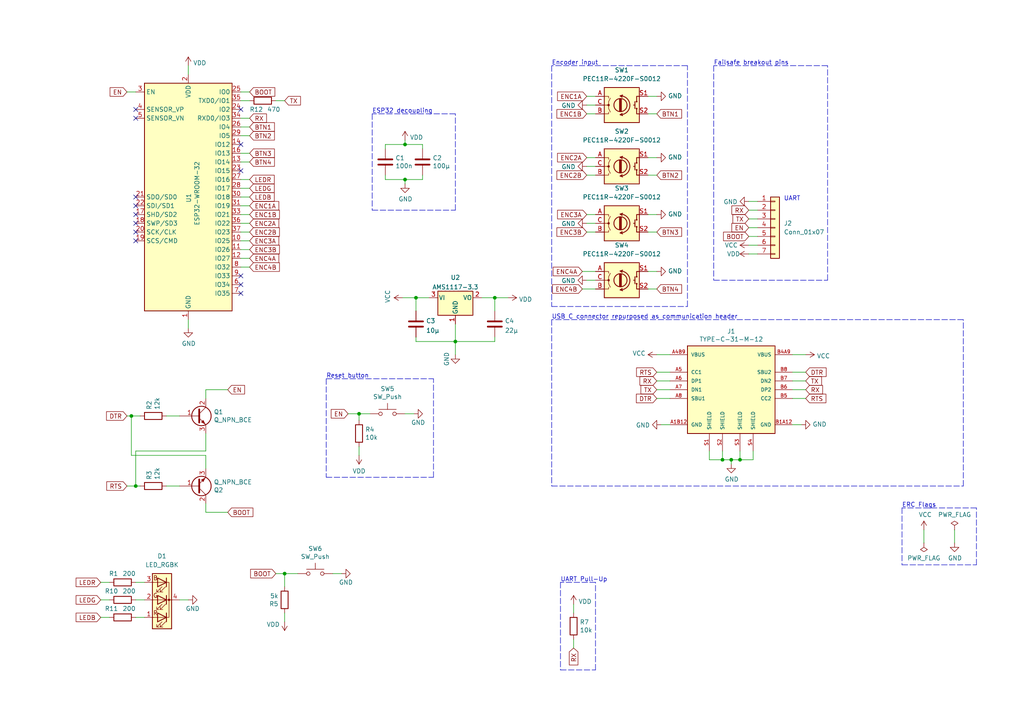
<source format=kicad_sch>
(kicad_sch (version 20211123) (generator eeschema)

  (uuid 98acd83f-4dce-487c-abdd-74c105628a17)

  (paper "A4")

  (title_block
    (title "Heliox Console")
    (date "2021-08-10")
    (rev "v00")
    (comment 4 "Author: GHOSCHT")
  )

  (lib_symbols
    (symbol "Connector_Generic:Conn_01x07" (pin_names (offset 1.016) hide) (in_bom yes) (on_board yes)
      (property "Reference" "J" (id 0) (at 0 10.16 0)
        (effects (font (size 1.27 1.27)))
      )
      (property "Value" "Conn_01x07" (id 1) (at 0 -10.16 0)
        (effects (font (size 1.27 1.27)))
      )
      (property "Footprint" "" (id 2) (at 0 0 0)
        (effects (font (size 1.27 1.27)) hide)
      )
      (property "Datasheet" "~" (id 3) (at 0 0 0)
        (effects (font (size 1.27 1.27)) hide)
      )
      (property "ki_keywords" "connector" (id 4) (at 0 0 0)
        (effects (font (size 1.27 1.27)) hide)
      )
      (property "ki_description" "Generic connector, single row, 01x07, script generated (kicad-library-utils/schlib/autogen/connector/)" (id 5) (at 0 0 0)
        (effects (font (size 1.27 1.27)) hide)
      )
      (property "ki_fp_filters" "Connector*:*_1x??_*" (id 6) (at 0 0 0)
        (effects (font (size 1.27 1.27)) hide)
      )
      (symbol "Conn_01x07_1_1"
        (rectangle (start -1.27 -7.493) (end 0 -7.747)
          (stroke (width 0.1524) (type default) (color 0 0 0 0))
          (fill (type none))
        )
        (rectangle (start -1.27 -4.953) (end 0 -5.207)
          (stroke (width 0.1524) (type default) (color 0 0 0 0))
          (fill (type none))
        )
        (rectangle (start -1.27 -2.413) (end 0 -2.667)
          (stroke (width 0.1524) (type default) (color 0 0 0 0))
          (fill (type none))
        )
        (rectangle (start -1.27 0.127) (end 0 -0.127)
          (stroke (width 0.1524) (type default) (color 0 0 0 0))
          (fill (type none))
        )
        (rectangle (start -1.27 2.667) (end 0 2.413)
          (stroke (width 0.1524) (type default) (color 0 0 0 0))
          (fill (type none))
        )
        (rectangle (start -1.27 5.207) (end 0 4.953)
          (stroke (width 0.1524) (type default) (color 0 0 0 0))
          (fill (type none))
        )
        (rectangle (start -1.27 7.747) (end 0 7.493)
          (stroke (width 0.1524) (type default) (color 0 0 0 0))
          (fill (type none))
        )
        (rectangle (start -1.27 8.89) (end 1.27 -8.89)
          (stroke (width 0.254) (type default) (color 0 0 0 0))
          (fill (type background))
        )
        (pin passive line (at -5.08 7.62 0) (length 3.81)
          (name "Pin_1" (effects (font (size 1.27 1.27))))
          (number "1" (effects (font (size 1.27 1.27))))
        )
        (pin passive line (at -5.08 5.08 0) (length 3.81)
          (name "Pin_2" (effects (font (size 1.27 1.27))))
          (number "2" (effects (font (size 1.27 1.27))))
        )
        (pin passive line (at -5.08 2.54 0) (length 3.81)
          (name "Pin_3" (effects (font (size 1.27 1.27))))
          (number "3" (effects (font (size 1.27 1.27))))
        )
        (pin passive line (at -5.08 0 0) (length 3.81)
          (name "Pin_4" (effects (font (size 1.27 1.27))))
          (number "4" (effects (font (size 1.27 1.27))))
        )
        (pin passive line (at -5.08 -2.54 0) (length 3.81)
          (name "Pin_5" (effects (font (size 1.27 1.27))))
          (number "5" (effects (font (size 1.27 1.27))))
        )
        (pin passive line (at -5.08 -5.08 0) (length 3.81)
          (name "Pin_6" (effects (font (size 1.27 1.27))))
          (number "6" (effects (font (size 1.27 1.27))))
        )
        (pin passive line (at -5.08 -7.62 0) (length 3.81)
          (name "Pin_7" (effects (font (size 1.27 1.27))))
          (number "7" (effects (font (size 1.27 1.27))))
        )
      )
    )
    (symbol "Device:C" (pin_numbers hide) (pin_names (offset 0.254)) (in_bom yes) (on_board yes)
      (property "Reference" "C" (id 0) (at 0.635 2.54 0)
        (effects (font (size 1.27 1.27)) (justify left))
      )
      (property "Value" "C" (id 1) (at 0.635 -2.54 0)
        (effects (font (size 1.27 1.27)) (justify left))
      )
      (property "Footprint" "" (id 2) (at 0.9652 -3.81 0)
        (effects (font (size 1.27 1.27)) hide)
      )
      (property "Datasheet" "~" (id 3) (at 0 0 0)
        (effects (font (size 1.27 1.27)) hide)
      )
      (property "ki_keywords" "cap capacitor" (id 4) (at 0 0 0)
        (effects (font (size 1.27 1.27)) hide)
      )
      (property "ki_description" "Unpolarized capacitor" (id 5) (at 0 0 0)
        (effects (font (size 1.27 1.27)) hide)
      )
      (property "ki_fp_filters" "C_*" (id 6) (at 0 0 0)
        (effects (font (size 1.27 1.27)) hide)
      )
      (symbol "C_0_1"
        (polyline
          (pts
            (xy -2.032 -0.762)
            (xy 2.032 -0.762)
          )
          (stroke (width 0.508) (type default) (color 0 0 0 0))
          (fill (type none))
        )
        (polyline
          (pts
            (xy -2.032 0.762)
            (xy 2.032 0.762)
          )
          (stroke (width 0.508) (type default) (color 0 0 0 0))
          (fill (type none))
        )
      )
      (symbol "C_1_1"
        (pin passive line (at 0 3.81 270) (length 2.794)
          (name "~" (effects (font (size 1.27 1.27))))
          (number "1" (effects (font (size 1.27 1.27))))
        )
        (pin passive line (at 0 -3.81 90) (length 2.794)
          (name "~" (effects (font (size 1.27 1.27))))
          (number "2" (effects (font (size 1.27 1.27))))
        )
      )
    )
    (symbol "Device:LED_RGBK" (pin_names (offset 0) hide) (in_bom yes) (on_board yes)
      (property "Reference" "D" (id 0) (at 0 9.398 0)
        (effects (font (size 1.27 1.27)))
      )
      (property "Value" "LED_RGBK" (id 1) (at 0 -8.89 0)
        (effects (font (size 1.27 1.27)))
      )
      (property "Footprint" "" (id 2) (at 0 -1.27 0)
        (effects (font (size 1.27 1.27)) hide)
      )
      (property "Datasheet" "~" (id 3) (at 0 -1.27 0)
        (effects (font (size 1.27 1.27)) hide)
      )
      (property "ki_keywords" "LED RGB diode" (id 4) (at 0 0 0)
        (effects (font (size 1.27 1.27)) hide)
      )
      (property "ki_description" "RGB LED, red/green/blue/cathode" (id 5) (at 0 0 0)
        (effects (font (size 1.27 1.27)) hide)
      )
      (property "ki_fp_filters" "LED* LED_SMD:* LED_THT:*" (id 6) (at 0 0 0)
        (effects (font (size 1.27 1.27)) hide)
      )
      (symbol "LED_RGBK_0_0"
        (text "B" (at 1.905 -6.35 0)
          (effects (font (size 1.27 1.27)))
        )
        (text "G" (at 1.905 -1.27 0)
          (effects (font (size 1.27 1.27)))
        )
        (text "R" (at 1.905 3.81 0)
          (effects (font (size 1.27 1.27)))
        )
      )
      (symbol "LED_RGBK_0_1"
        (circle (center -2.032 0) (radius 0.254)
          (stroke (width 0) (type default) (color 0 0 0 0))
          (fill (type outline))
        )
        (polyline
          (pts
            (xy -1.27 -5.08)
            (xy 1.27 -5.08)
          )
          (stroke (width 0) (type default) (color 0 0 0 0))
          (fill (type none))
        )
        (polyline
          (pts
            (xy -1.27 -3.81)
            (xy -1.27 -6.35)
          )
          (stroke (width 0.254) (type default) (color 0 0 0 0))
          (fill (type none))
        )
        (polyline
          (pts
            (xy -1.27 0)
            (xy -2.54 0)
          )
          (stroke (width 0) (type default) (color 0 0 0 0))
          (fill (type none))
        )
        (polyline
          (pts
            (xy -1.27 1.27)
            (xy -1.27 -1.27)
          )
          (stroke (width 0.254) (type default) (color 0 0 0 0))
          (fill (type none))
        )
        (polyline
          (pts
            (xy -1.27 5.08)
            (xy 1.27 5.08)
          )
          (stroke (width 0) (type default) (color 0 0 0 0))
          (fill (type none))
        )
        (polyline
          (pts
            (xy -1.27 6.35)
            (xy -1.27 3.81)
          )
          (stroke (width 0.254) (type default) (color 0 0 0 0))
          (fill (type none))
        )
        (polyline
          (pts
            (xy 1.27 -5.08)
            (xy 2.54 -5.08)
          )
          (stroke (width 0) (type default) (color 0 0 0 0))
          (fill (type none))
        )
        (polyline
          (pts
            (xy 1.27 0)
            (xy -1.27 0)
          )
          (stroke (width 0) (type default) (color 0 0 0 0))
          (fill (type none))
        )
        (polyline
          (pts
            (xy 1.27 0)
            (xy 2.54 0)
          )
          (stroke (width 0) (type default) (color 0 0 0 0))
          (fill (type none))
        )
        (polyline
          (pts
            (xy 1.27 5.08)
            (xy 2.54 5.08)
          )
          (stroke (width 0) (type default) (color 0 0 0 0))
          (fill (type none))
        )
        (polyline
          (pts
            (xy -1.27 1.27)
            (xy -1.27 -1.27)
            (xy -1.27 -1.27)
          )
          (stroke (width 0) (type default) (color 0 0 0 0))
          (fill (type none))
        )
        (polyline
          (pts
            (xy -1.27 6.35)
            (xy -1.27 3.81)
            (xy -1.27 3.81)
          )
          (stroke (width 0) (type default) (color 0 0 0 0))
          (fill (type none))
        )
        (polyline
          (pts
            (xy -1.27 5.08)
            (xy -2.032 5.08)
            (xy -2.032 -5.08)
            (xy -1.016 -5.08)
          )
          (stroke (width 0) (type default) (color 0 0 0 0))
          (fill (type none))
        )
        (polyline
          (pts
            (xy 1.27 -3.81)
            (xy 1.27 -6.35)
            (xy -1.27 -5.08)
            (xy 1.27 -3.81)
          )
          (stroke (width 0.254) (type default) (color 0 0 0 0))
          (fill (type none))
        )
        (polyline
          (pts
            (xy 1.27 1.27)
            (xy 1.27 -1.27)
            (xy -1.27 0)
            (xy 1.27 1.27)
          )
          (stroke (width 0.254) (type default) (color 0 0 0 0))
          (fill (type none))
        )
        (polyline
          (pts
            (xy 1.27 6.35)
            (xy 1.27 3.81)
            (xy -1.27 5.08)
            (xy 1.27 6.35)
          )
          (stroke (width 0.254) (type default) (color 0 0 0 0))
          (fill (type none))
        )
        (polyline
          (pts
            (xy -1.016 -3.81)
            (xy 0.508 -2.286)
            (xy -0.254 -2.286)
            (xy 0.508 -2.286)
            (xy 0.508 -3.048)
          )
          (stroke (width 0) (type default) (color 0 0 0 0))
          (fill (type none))
        )
        (polyline
          (pts
            (xy -1.016 1.27)
            (xy 0.508 2.794)
            (xy -0.254 2.794)
            (xy 0.508 2.794)
            (xy 0.508 2.032)
          )
          (stroke (width 0) (type default) (color 0 0 0 0))
          (fill (type none))
        )
        (polyline
          (pts
            (xy -1.016 6.35)
            (xy 0.508 7.874)
            (xy -0.254 7.874)
            (xy 0.508 7.874)
            (xy 0.508 7.112)
          )
          (stroke (width 0) (type default) (color 0 0 0 0))
          (fill (type none))
        )
        (polyline
          (pts
            (xy 0 -3.81)
            (xy 1.524 -2.286)
            (xy 0.762 -2.286)
            (xy 1.524 -2.286)
            (xy 1.524 -3.048)
          )
          (stroke (width 0) (type default) (color 0 0 0 0))
          (fill (type none))
        )
        (polyline
          (pts
            (xy 0 1.27)
            (xy 1.524 2.794)
            (xy 0.762 2.794)
            (xy 1.524 2.794)
            (xy 1.524 2.032)
          )
          (stroke (width 0) (type default) (color 0 0 0 0))
          (fill (type none))
        )
        (polyline
          (pts
            (xy 0 6.35)
            (xy 1.524 7.874)
            (xy 0.762 7.874)
            (xy 1.524 7.874)
            (xy 1.524 7.112)
          )
          (stroke (width 0) (type default) (color 0 0 0 0))
          (fill (type none))
        )
        (rectangle (start 1.27 -1.27) (end 1.27 1.27)
          (stroke (width 0) (type default) (color 0 0 0 0))
          (fill (type none))
        )
        (rectangle (start 1.27 1.27) (end 1.27 1.27)
          (stroke (width 0) (type default) (color 0 0 0 0))
          (fill (type none))
        )
        (rectangle (start 1.27 3.81) (end 1.27 6.35)
          (stroke (width 0) (type default) (color 0 0 0 0))
          (fill (type none))
        )
        (rectangle (start 1.27 6.35) (end 1.27 6.35)
          (stroke (width 0) (type default) (color 0 0 0 0))
          (fill (type none))
        )
        (rectangle (start 2.794 8.382) (end -2.794 -7.62)
          (stroke (width 0.254) (type default) (color 0 0 0 0))
          (fill (type background))
        )
      )
      (symbol "LED_RGBK_1_1"
        (pin passive line (at 5.08 5.08 180) (length 2.54)
          (name "RA" (effects (font (size 1.27 1.27))))
          (number "1" (effects (font (size 1.27 1.27))))
        )
        (pin passive line (at 5.08 0 180) (length 2.54)
          (name "GA" (effects (font (size 1.27 1.27))))
          (number "2" (effects (font (size 1.27 1.27))))
        )
        (pin passive line (at 5.08 -5.08 180) (length 2.54)
          (name "BA" (effects (font (size 1.27 1.27))))
          (number "3" (effects (font (size 1.27 1.27))))
        )
        (pin passive line (at -5.08 0 0) (length 2.54)
          (name "K" (effects (font (size 1.27 1.27))))
          (number "4" (effects (font (size 1.27 1.27))))
        )
      )
    )
    (symbol "Device:Q_NPN_BCE" (pin_names (offset 0) hide) (in_bom yes) (on_board yes)
      (property "Reference" "Q" (id 0) (at 5.08 1.27 0)
        (effects (font (size 1.27 1.27)) (justify left))
      )
      (property "Value" "Q_NPN_BCE" (id 1) (at 5.08 -1.27 0)
        (effects (font (size 1.27 1.27)) (justify left))
      )
      (property "Footprint" "" (id 2) (at 5.08 2.54 0)
        (effects (font (size 1.27 1.27)) hide)
      )
      (property "Datasheet" "~" (id 3) (at 0 0 0)
        (effects (font (size 1.27 1.27)) hide)
      )
      (property "ki_keywords" "transistor NPN" (id 4) (at 0 0 0)
        (effects (font (size 1.27 1.27)) hide)
      )
      (property "ki_description" "NPN transistor, base/collector/emitter" (id 5) (at 0 0 0)
        (effects (font (size 1.27 1.27)) hide)
      )
      (symbol "Q_NPN_BCE_0_1"
        (polyline
          (pts
            (xy 0.635 0.635)
            (xy 2.54 2.54)
          )
          (stroke (width 0) (type default) (color 0 0 0 0))
          (fill (type none))
        )
        (polyline
          (pts
            (xy 0.635 -0.635)
            (xy 2.54 -2.54)
            (xy 2.54 -2.54)
          )
          (stroke (width 0) (type default) (color 0 0 0 0))
          (fill (type none))
        )
        (polyline
          (pts
            (xy 0.635 1.905)
            (xy 0.635 -1.905)
            (xy 0.635 -1.905)
          )
          (stroke (width 0.508) (type default) (color 0 0 0 0))
          (fill (type none))
        )
        (polyline
          (pts
            (xy 1.27 -1.778)
            (xy 1.778 -1.27)
            (xy 2.286 -2.286)
            (xy 1.27 -1.778)
            (xy 1.27 -1.778)
          )
          (stroke (width 0) (type default) (color 0 0 0 0))
          (fill (type outline))
        )
        (circle (center 1.27 0) (radius 2.8194)
          (stroke (width 0.254) (type default) (color 0 0 0 0))
          (fill (type none))
        )
      )
      (symbol "Q_NPN_BCE_1_1"
        (pin input line (at -5.08 0 0) (length 5.715)
          (name "B" (effects (font (size 1.27 1.27))))
          (number "1" (effects (font (size 1.27 1.27))))
        )
        (pin passive line (at 2.54 5.08 270) (length 2.54)
          (name "C" (effects (font (size 1.27 1.27))))
          (number "2" (effects (font (size 1.27 1.27))))
        )
        (pin passive line (at 2.54 -5.08 90) (length 2.54)
          (name "E" (effects (font (size 1.27 1.27))))
          (number "3" (effects (font (size 1.27 1.27))))
        )
      )
    )
    (symbol "Device:R" (pin_numbers hide) (pin_names (offset 0)) (in_bom yes) (on_board yes)
      (property "Reference" "R" (id 0) (at 2.032 0 90)
        (effects (font (size 1.27 1.27)))
      )
      (property "Value" "R" (id 1) (at 0 0 90)
        (effects (font (size 1.27 1.27)))
      )
      (property "Footprint" "" (id 2) (at -1.778 0 90)
        (effects (font (size 1.27 1.27)) hide)
      )
      (property "Datasheet" "~" (id 3) (at 0 0 0)
        (effects (font (size 1.27 1.27)) hide)
      )
      (property "ki_keywords" "R res resistor" (id 4) (at 0 0 0)
        (effects (font (size 1.27 1.27)) hide)
      )
      (property "ki_description" "Resistor" (id 5) (at 0 0 0)
        (effects (font (size 1.27 1.27)) hide)
      )
      (property "ki_fp_filters" "R_*" (id 6) (at 0 0 0)
        (effects (font (size 1.27 1.27)) hide)
      )
      (symbol "R_0_1"
        (rectangle (start -1.016 -2.54) (end 1.016 2.54)
          (stroke (width 0.254) (type default) (color 0 0 0 0))
          (fill (type none))
        )
      )
      (symbol "R_1_1"
        (pin passive line (at 0 3.81 270) (length 1.27)
          (name "~" (effects (font (size 1.27 1.27))))
          (number "1" (effects (font (size 1.27 1.27))))
        )
        (pin passive line (at 0 -3.81 90) (length 1.27)
          (name "~" (effects (font (size 1.27 1.27))))
          (number "2" (effects (font (size 1.27 1.27))))
        )
      )
    )
    (symbol "Device:RotaryEncoder_Switch" (pin_names (offset 0.254) hide) (in_bom yes) (on_board yes)
      (property "Reference" "SW" (id 0) (at 0 6.604 0)
        (effects (font (size 1.27 1.27)))
      )
      (property "Value" "RotaryEncoder_Switch" (id 1) (at 0 -6.604 0)
        (effects (font (size 1.27 1.27)))
      )
      (property "Footprint" "" (id 2) (at -3.81 4.064 0)
        (effects (font (size 1.27 1.27)) hide)
      )
      (property "Datasheet" "~" (id 3) (at 0 6.604 0)
        (effects (font (size 1.27 1.27)) hide)
      )
      (property "ki_keywords" "rotary switch encoder switch push button" (id 4) (at 0 0 0)
        (effects (font (size 1.27 1.27)) hide)
      )
      (property "ki_description" "Rotary encoder, dual channel, incremental quadrate outputs, with switch" (id 5) (at 0 0 0)
        (effects (font (size 1.27 1.27)) hide)
      )
      (property "ki_fp_filters" "RotaryEncoder*Switch*" (id 6) (at 0 0 0)
        (effects (font (size 1.27 1.27)) hide)
      )
      (symbol "RotaryEncoder_Switch_0_1"
        (rectangle (start -5.08 5.08) (end 5.08 -5.08)
          (stroke (width 0.254) (type default) (color 0 0 0 0))
          (fill (type background))
        )
        (circle (center -3.81 0) (radius 0.254)
          (stroke (width 0) (type default) (color 0 0 0 0))
          (fill (type outline))
        )
        (arc (start -0.381 -2.794) (mid 2.3622 -0.0635) (end -0.381 2.667)
          (stroke (width 0.254) (type default) (color 0 0 0 0))
          (fill (type none))
        )
        (circle (center -0.381 0) (radius 1.905)
          (stroke (width 0.254) (type default) (color 0 0 0 0))
          (fill (type none))
        )
        (polyline
          (pts
            (xy -0.635 -1.778)
            (xy -0.635 1.778)
          )
          (stroke (width 0.254) (type default) (color 0 0 0 0))
          (fill (type none))
        )
        (polyline
          (pts
            (xy -0.381 -1.778)
            (xy -0.381 1.778)
          )
          (stroke (width 0.254) (type default) (color 0 0 0 0))
          (fill (type none))
        )
        (polyline
          (pts
            (xy -0.127 1.778)
            (xy -0.127 -1.778)
          )
          (stroke (width 0.254) (type default) (color 0 0 0 0))
          (fill (type none))
        )
        (polyline
          (pts
            (xy 3.81 0)
            (xy 3.429 0)
          )
          (stroke (width 0.254) (type default) (color 0 0 0 0))
          (fill (type none))
        )
        (polyline
          (pts
            (xy 3.81 1.016)
            (xy 3.81 -1.016)
          )
          (stroke (width 0.254) (type default) (color 0 0 0 0))
          (fill (type none))
        )
        (polyline
          (pts
            (xy -5.08 -2.54)
            (xy -3.81 -2.54)
            (xy -3.81 -2.032)
          )
          (stroke (width 0) (type default) (color 0 0 0 0))
          (fill (type none))
        )
        (polyline
          (pts
            (xy -5.08 2.54)
            (xy -3.81 2.54)
            (xy -3.81 2.032)
          )
          (stroke (width 0) (type default) (color 0 0 0 0))
          (fill (type none))
        )
        (polyline
          (pts
            (xy 0.254 -3.048)
            (xy -0.508 -2.794)
            (xy 0.127 -2.413)
          )
          (stroke (width 0.254) (type default) (color 0 0 0 0))
          (fill (type none))
        )
        (polyline
          (pts
            (xy 0.254 2.921)
            (xy -0.508 2.667)
            (xy 0.127 2.286)
          )
          (stroke (width 0.254) (type default) (color 0 0 0 0))
          (fill (type none))
        )
        (polyline
          (pts
            (xy 5.08 -2.54)
            (xy 4.318 -2.54)
            (xy 4.318 -1.016)
          )
          (stroke (width 0.254) (type default) (color 0 0 0 0))
          (fill (type none))
        )
        (polyline
          (pts
            (xy 5.08 2.54)
            (xy 4.318 2.54)
            (xy 4.318 1.016)
          )
          (stroke (width 0.254) (type default) (color 0 0 0 0))
          (fill (type none))
        )
        (polyline
          (pts
            (xy -5.08 0)
            (xy -3.81 0)
            (xy -3.81 -1.016)
            (xy -3.302 -2.032)
          )
          (stroke (width 0) (type default) (color 0 0 0 0))
          (fill (type none))
        )
        (polyline
          (pts
            (xy -4.318 0)
            (xy -3.81 0)
            (xy -3.81 1.016)
            (xy -3.302 2.032)
          )
          (stroke (width 0) (type default) (color 0 0 0 0))
          (fill (type none))
        )
        (circle (center 4.318 -1.016) (radius 0.127)
          (stroke (width 0.254) (type default) (color 0 0 0 0))
          (fill (type none))
        )
        (circle (center 4.318 1.016) (radius 0.127)
          (stroke (width 0.254) (type default) (color 0 0 0 0))
          (fill (type none))
        )
      )
      (symbol "RotaryEncoder_Switch_1_1"
        (pin passive line (at -7.62 2.54 0) (length 2.54)
          (name "A" (effects (font (size 1.27 1.27))))
          (number "A" (effects (font (size 1.27 1.27))))
        )
        (pin passive line (at -7.62 -2.54 0) (length 2.54)
          (name "B" (effects (font (size 1.27 1.27))))
          (number "B" (effects (font (size 1.27 1.27))))
        )
        (pin passive line (at -7.62 0 0) (length 2.54)
          (name "C" (effects (font (size 1.27 1.27))))
          (number "C" (effects (font (size 1.27 1.27))))
        )
        (pin passive line (at 7.62 2.54 180) (length 2.54)
          (name "S1" (effects (font (size 1.27 1.27))))
          (number "S1" (effects (font (size 1.27 1.27))))
        )
        (pin passive line (at 7.62 -2.54 180) (length 2.54)
          (name "S2" (effects (font (size 1.27 1.27))))
          (number "S2" (effects (font (size 1.27 1.27))))
        )
      )
    )
    (symbol "RF_Module:ESP32-WROOM-32" (in_bom yes) (on_board yes)
      (property "Reference" "U" (id 0) (at -12.7 34.29 0)
        (effects (font (size 1.27 1.27)) (justify left))
      )
      (property "Value" "ESP32-WROOM-32" (id 1) (at 1.27 34.29 0)
        (effects (font (size 1.27 1.27)) (justify left))
      )
      (property "Footprint" "RF_Module:ESP32-WROOM-32" (id 2) (at 0 -38.1 0)
        (effects (font (size 1.27 1.27)) hide)
      )
      (property "Datasheet" "https://www.espressif.com/sites/default/files/documentation/esp32-wroom-32_datasheet_en.pdf" (id 3) (at -7.62 1.27 0)
        (effects (font (size 1.27 1.27)) hide)
      )
      (property "ki_keywords" "RF Radio BT ESP ESP32 Espressif onboard PCB antenna" (id 4) (at 0 0 0)
        (effects (font (size 1.27 1.27)) hide)
      )
      (property "ki_description" "RF Module, ESP32-D0WDQ6 SoC, Wi-Fi 802.11b/g/n, Bluetooth, BLE, 32-bit, 2.7-3.6V, onboard antenna, SMD" (id 5) (at 0 0 0)
        (effects (font (size 1.27 1.27)) hide)
      )
      (property "ki_fp_filters" "ESP32?WROOM?32*" (id 6) (at 0 0 0)
        (effects (font (size 1.27 1.27)) hide)
      )
      (symbol "ESP32-WROOM-32_0_1"
        (rectangle (start -12.7 33.02) (end 12.7 -33.02)
          (stroke (width 0.254) (type default) (color 0 0 0 0))
          (fill (type background))
        )
      )
      (symbol "ESP32-WROOM-32_1_1"
        (pin power_in line (at 0 -35.56 90) (length 2.54)
          (name "GND" (effects (font (size 1.27 1.27))))
          (number "1" (effects (font (size 1.27 1.27))))
        )
        (pin bidirectional line (at 15.24 -12.7 180) (length 2.54)
          (name "IO25" (effects (font (size 1.27 1.27))))
          (number "10" (effects (font (size 1.27 1.27))))
        )
        (pin bidirectional line (at 15.24 -15.24 180) (length 2.54)
          (name "IO26" (effects (font (size 1.27 1.27))))
          (number "11" (effects (font (size 1.27 1.27))))
        )
        (pin bidirectional line (at 15.24 -17.78 180) (length 2.54)
          (name "IO27" (effects (font (size 1.27 1.27))))
          (number "12" (effects (font (size 1.27 1.27))))
        )
        (pin bidirectional line (at 15.24 10.16 180) (length 2.54)
          (name "IO14" (effects (font (size 1.27 1.27))))
          (number "13" (effects (font (size 1.27 1.27))))
        )
        (pin bidirectional line (at 15.24 15.24 180) (length 2.54)
          (name "IO12" (effects (font (size 1.27 1.27))))
          (number "14" (effects (font (size 1.27 1.27))))
        )
        (pin passive line (at 0 -35.56 90) (length 2.54) hide
          (name "GND" (effects (font (size 1.27 1.27))))
          (number "15" (effects (font (size 1.27 1.27))))
        )
        (pin bidirectional line (at 15.24 12.7 180) (length 2.54)
          (name "IO13" (effects (font (size 1.27 1.27))))
          (number "16" (effects (font (size 1.27 1.27))))
        )
        (pin bidirectional line (at -15.24 -5.08 0) (length 2.54)
          (name "SHD/SD2" (effects (font (size 1.27 1.27))))
          (number "17" (effects (font (size 1.27 1.27))))
        )
        (pin bidirectional line (at -15.24 -7.62 0) (length 2.54)
          (name "SWP/SD3" (effects (font (size 1.27 1.27))))
          (number "18" (effects (font (size 1.27 1.27))))
        )
        (pin bidirectional line (at -15.24 -12.7 0) (length 2.54)
          (name "SCS/CMD" (effects (font (size 1.27 1.27))))
          (number "19" (effects (font (size 1.27 1.27))))
        )
        (pin power_in line (at 0 35.56 270) (length 2.54)
          (name "VDD" (effects (font (size 1.27 1.27))))
          (number "2" (effects (font (size 1.27 1.27))))
        )
        (pin bidirectional line (at -15.24 -10.16 0) (length 2.54)
          (name "SCK/CLK" (effects (font (size 1.27 1.27))))
          (number "20" (effects (font (size 1.27 1.27))))
        )
        (pin bidirectional line (at -15.24 0 0) (length 2.54)
          (name "SDO/SD0" (effects (font (size 1.27 1.27))))
          (number "21" (effects (font (size 1.27 1.27))))
        )
        (pin bidirectional line (at -15.24 -2.54 0) (length 2.54)
          (name "SDI/SD1" (effects (font (size 1.27 1.27))))
          (number "22" (effects (font (size 1.27 1.27))))
        )
        (pin bidirectional line (at 15.24 7.62 180) (length 2.54)
          (name "IO15" (effects (font (size 1.27 1.27))))
          (number "23" (effects (font (size 1.27 1.27))))
        )
        (pin bidirectional line (at 15.24 25.4 180) (length 2.54)
          (name "IO2" (effects (font (size 1.27 1.27))))
          (number "24" (effects (font (size 1.27 1.27))))
        )
        (pin bidirectional line (at 15.24 30.48 180) (length 2.54)
          (name "IO0" (effects (font (size 1.27 1.27))))
          (number "25" (effects (font (size 1.27 1.27))))
        )
        (pin bidirectional line (at 15.24 20.32 180) (length 2.54)
          (name "IO4" (effects (font (size 1.27 1.27))))
          (number "26" (effects (font (size 1.27 1.27))))
        )
        (pin bidirectional line (at 15.24 5.08 180) (length 2.54)
          (name "IO16" (effects (font (size 1.27 1.27))))
          (number "27" (effects (font (size 1.27 1.27))))
        )
        (pin bidirectional line (at 15.24 2.54 180) (length 2.54)
          (name "IO17" (effects (font (size 1.27 1.27))))
          (number "28" (effects (font (size 1.27 1.27))))
        )
        (pin bidirectional line (at 15.24 17.78 180) (length 2.54)
          (name "IO5" (effects (font (size 1.27 1.27))))
          (number "29" (effects (font (size 1.27 1.27))))
        )
        (pin input line (at -15.24 30.48 0) (length 2.54)
          (name "EN" (effects (font (size 1.27 1.27))))
          (number "3" (effects (font (size 1.27 1.27))))
        )
        (pin bidirectional line (at 15.24 0 180) (length 2.54)
          (name "IO18" (effects (font (size 1.27 1.27))))
          (number "30" (effects (font (size 1.27 1.27))))
        )
        (pin bidirectional line (at 15.24 -2.54 180) (length 2.54)
          (name "IO19" (effects (font (size 1.27 1.27))))
          (number "31" (effects (font (size 1.27 1.27))))
        )
        (pin no_connect line (at -12.7 -27.94 0) (length 2.54) hide
          (name "NC" (effects (font (size 1.27 1.27))))
          (number "32" (effects (font (size 1.27 1.27))))
        )
        (pin bidirectional line (at 15.24 -5.08 180) (length 2.54)
          (name "IO21" (effects (font (size 1.27 1.27))))
          (number "33" (effects (font (size 1.27 1.27))))
        )
        (pin bidirectional line (at 15.24 22.86 180) (length 2.54)
          (name "RXD0/IO3" (effects (font (size 1.27 1.27))))
          (number "34" (effects (font (size 1.27 1.27))))
        )
        (pin bidirectional line (at 15.24 27.94 180) (length 2.54)
          (name "TXD0/IO1" (effects (font (size 1.27 1.27))))
          (number "35" (effects (font (size 1.27 1.27))))
        )
        (pin bidirectional line (at 15.24 -7.62 180) (length 2.54)
          (name "IO22" (effects (font (size 1.27 1.27))))
          (number "36" (effects (font (size 1.27 1.27))))
        )
        (pin bidirectional line (at 15.24 -10.16 180) (length 2.54)
          (name "IO23" (effects (font (size 1.27 1.27))))
          (number "37" (effects (font (size 1.27 1.27))))
        )
        (pin passive line (at 0 -35.56 90) (length 2.54) hide
          (name "GND" (effects (font (size 1.27 1.27))))
          (number "38" (effects (font (size 1.27 1.27))))
        )
        (pin passive line (at 0 -35.56 90) (length 2.54) hide
          (name "GND" (effects (font (size 1.27 1.27))))
          (number "39" (effects (font (size 1.27 1.27))))
        )
        (pin input line (at -15.24 25.4 0) (length 2.54)
          (name "SENSOR_VP" (effects (font (size 1.27 1.27))))
          (number "4" (effects (font (size 1.27 1.27))))
        )
        (pin input line (at -15.24 22.86 0) (length 2.54)
          (name "SENSOR_VN" (effects (font (size 1.27 1.27))))
          (number "5" (effects (font (size 1.27 1.27))))
        )
        (pin input line (at 15.24 -25.4 180) (length 2.54)
          (name "IO34" (effects (font (size 1.27 1.27))))
          (number "6" (effects (font (size 1.27 1.27))))
        )
        (pin input line (at 15.24 -27.94 180) (length 2.54)
          (name "IO35" (effects (font (size 1.27 1.27))))
          (number "7" (effects (font (size 1.27 1.27))))
        )
        (pin bidirectional line (at 15.24 -20.32 180) (length 2.54)
          (name "IO32" (effects (font (size 1.27 1.27))))
          (number "8" (effects (font (size 1.27 1.27))))
        )
        (pin bidirectional line (at 15.24 -22.86 180) (length 2.54)
          (name "IO33" (effects (font (size 1.27 1.27))))
          (number "9" (effects (font (size 1.27 1.27))))
        )
      )
    )
    (symbol "Regulator_Linear:AMS1117-3.3" (pin_names (offset 0.254)) (in_bom yes) (on_board yes)
      (property "Reference" "U" (id 0) (at -3.81 3.175 0)
        (effects (font (size 1.27 1.27)))
      )
      (property "Value" "AMS1117-3.3" (id 1) (at 0 3.175 0)
        (effects (font (size 1.27 1.27)) (justify left))
      )
      (property "Footprint" "Package_TO_SOT_SMD:SOT-223-3_TabPin2" (id 2) (at 0 5.08 0)
        (effects (font (size 1.27 1.27)) hide)
      )
      (property "Datasheet" "http://www.advanced-monolithic.com/pdf/ds1117.pdf" (id 3) (at 2.54 -6.35 0)
        (effects (font (size 1.27 1.27)) hide)
      )
      (property "ki_keywords" "linear regulator ldo fixed positive" (id 4) (at 0 0 0)
        (effects (font (size 1.27 1.27)) hide)
      )
      (property "ki_description" "1A Low Dropout regulator, positive, 3.3V fixed output, SOT-223" (id 5) (at 0 0 0)
        (effects (font (size 1.27 1.27)) hide)
      )
      (property "ki_fp_filters" "SOT?223*TabPin2*" (id 6) (at 0 0 0)
        (effects (font (size 1.27 1.27)) hide)
      )
      (symbol "AMS1117-3.3_0_1"
        (rectangle (start -5.08 -5.08) (end 5.08 1.905)
          (stroke (width 0.254) (type default) (color 0 0 0 0))
          (fill (type background))
        )
      )
      (symbol "AMS1117-3.3_1_1"
        (pin power_in line (at 0 -7.62 90) (length 2.54)
          (name "GND" (effects (font (size 1.27 1.27))))
          (number "1" (effects (font (size 1.27 1.27))))
        )
        (pin power_out line (at 7.62 0 180) (length 2.54)
          (name "VO" (effects (font (size 1.27 1.27))))
          (number "2" (effects (font (size 1.27 1.27))))
        )
        (pin power_in line (at -7.62 0 0) (length 2.54)
          (name "VI" (effects (font (size 1.27 1.27))))
          (number "3" (effects (font (size 1.27 1.27))))
        )
      )
    )
    (symbol "Switch:SW_Push" (pin_numbers hide) (pin_names (offset 1.016) hide) (in_bom yes) (on_board yes)
      (property "Reference" "SW" (id 0) (at 1.27 2.54 0)
        (effects (font (size 1.27 1.27)) (justify left))
      )
      (property "Value" "SW_Push" (id 1) (at 0 -1.524 0)
        (effects (font (size 1.27 1.27)))
      )
      (property "Footprint" "" (id 2) (at 0 5.08 0)
        (effects (font (size 1.27 1.27)) hide)
      )
      (property "Datasheet" "~" (id 3) (at 0 5.08 0)
        (effects (font (size 1.27 1.27)) hide)
      )
      (property "ki_keywords" "switch normally-open pushbutton push-button" (id 4) (at 0 0 0)
        (effects (font (size 1.27 1.27)) hide)
      )
      (property "ki_description" "Push button switch, generic, two pins" (id 5) (at 0 0 0)
        (effects (font (size 1.27 1.27)) hide)
      )
      (symbol "SW_Push_0_1"
        (circle (center -2.032 0) (radius 0.508)
          (stroke (width 0) (type default) (color 0 0 0 0))
          (fill (type none))
        )
        (polyline
          (pts
            (xy 0 1.27)
            (xy 0 3.048)
          )
          (stroke (width 0) (type default) (color 0 0 0 0))
          (fill (type none))
        )
        (polyline
          (pts
            (xy 2.54 1.27)
            (xy -2.54 1.27)
          )
          (stroke (width 0) (type default) (color 0 0 0 0))
          (fill (type none))
        )
        (circle (center 2.032 0) (radius 0.508)
          (stroke (width 0) (type default) (color 0 0 0 0))
          (fill (type none))
        )
        (pin passive line (at -5.08 0 0) (length 2.54)
          (name "1" (effects (font (size 1.27 1.27))))
          (number "1" (effects (font (size 1.27 1.27))))
        )
        (pin passive line (at 5.08 0 180) (length 2.54)
          (name "2" (effects (font (size 1.27 1.27))))
          (number "2" (effects (font (size 1.27 1.27))))
        )
      )
    )
    (symbol "TYPE-C-31-M-12:TYPE-C-31-M-12" (pin_names (offset 1.016)) (in_bom yes) (on_board yes)
      (property "Reference" "J" (id 0) (at -1.27 15.24 0)
        (effects (font (size 1.27 1.27)) (justify left bottom))
      )
      (property "Value" "TYPE-C-31-M-12" (id 1) (at -10.16 13.208 0)
        (effects (font (size 1.27 1.27)) (justify left bottom))
      )
      (property "Footprint" "HRO_TYPE-C-31-M-12" (id 2) (at 0 0 0)
        (effects (font (size 1.27 1.27)) (justify left bottom) hide)
      )
      (property "Datasheet" "" (id 3) (at 0 0 0)
        (effects (font (size 1.27 1.27)) (justify left bottom) hide)
      )
      (property "MAXIMUM_PACKAGE_HEIGHT" "3.31mm" (id 4) (at 0 0 0)
        (effects (font (size 1.27 1.27)) (justify left bottom) hide)
      )
      (property "STANDARD" "Manufacturer Recommendations" (id 5) (at 0 0 0)
        (effects (font (size 1.27 1.27)) (justify left bottom) hide)
      )
      (property "PARTREV" "A" (id 6) (at 0 0 0)
        (effects (font (size 1.27 1.27)) (justify left bottom) hide)
      )
      (property "MANUFACTURER" "HRO Electronics" (id 7) (at 0 0 0)
        (effects (font (size 1.27 1.27)) (justify left bottom) hide)
      )
      (property "ki_locked" "" (id 8) (at 0 0 0)
        (effects (font (size 1.27 1.27)))
      )
      (symbol "TYPE-C-31-M-12_0_0"
        (rectangle (start -12.7 -12.7) (end 12.7 12.7)
          (stroke (width 0.254) (type default) (color 0 0 0 0))
          (fill (type background))
        )
        (pin power_in line (at -17.78 -10.16 0) (length 5.08)
          (name "GND" (effects (font (size 1.016 1.016))))
          (number "A1B12" (effects (font (size 1.016 1.016))))
        )
        (pin power_in line (at -17.78 10.16 0) (length 5.08)
          (name "VBUS" (effects (font (size 1.016 1.016))))
          (number "A4B9" (effects (font (size 1.016 1.016))))
        )
        (pin bidirectional line (at -17.78 5.08 0) (length 5.08)
          (name "CC1" (effects (font (size 1.016 1.016))))
          (number "A5" (effects (font (size 1.016 1.016))))
        )
        (pin bidirectional line (at -17.78 2.54 0) (length 5.08)
          (name "DP1" (effects (font (size 1.016 1.016))))
          (number "A6" (effects (font (size 1.016 1.016))))
        )
        (pin bidirectional line (at -17.78 0 0) (length 5.08)
          (name "DN1" (effects (font (size 1.016 1.016))))
          (number "A7" (effects (font (size 1.016 1.016))))
        )
        (pin bidirectional line (at -17.78 -2.54 0) (length 5.08)
          (name "SBU1" (effects (font (size 1.016 1.016))))
          (number "A8" (effects (font (size 1.016 1.016))))
        )
        (pin power_in line (at 17.78 -10.16 180) (length 5.08)
          (name "GND" (effects (font (size 1.016 1.016))))
          (number "B1A12" (effects (font (size 1.016 1.016))))
        )
        (pin power_in line (at 17.78 10.16 180) (length 5.08)
          (name "VBUS" (effects (font (size 1.016 1.016))))
          (number "B4A9" (effects (font (size 1.016 1.016))))
        )
        (pin bidirectional line (at 17.78 -2.54 180) (length 5.08)
          (name "CC2" (effects (font (size 1.016 1.016))))
          (number "B5" (effects (font (size 1.016 1.016))))
        )
        (pin bidirectional line (at 17.78 0 180) (length 5.08)
          (name "DP2" (effects (font (size 1.016 1.016))))
          (number "B6" (effects (font (size 1.016 1.016))))
        )
        (pin bidirectional line (at 17.78 2.54 180) (length 5.08)
          (name "DN2" (effects (font (size 1.016 1.016))))
          (number "B7" (effects (font (size 1.016 1.016))))
        )
        (pin bidirectional line (at 17.78 5.08 180) (length 5.08)
          (name "SBU2" (effects (font (size 1.016 1.016))))
          (number "B8" (effects (font (size 1.016 1.016))))
        )
        (pin passive line (at -6.35 -17.78 90) (length 5.08)
          (name "SHIELD" (effects (font (size 1.016 1.016))))
          (number "S1" (effects (font (size 1.016 1.016))))
        )
        (pin passive line (at -2.54 -17.78 90) (length 5.08)
          (name "SHIELD" (effects (font (size 1.016 1.016))))
          (number "S2" (effects (font (size 1.016 1.016))))
        )
        (pin passive line (at 2.54 -17.78 90) (length 5.08)
          (name "SHIELD" (effects (font (size 1.016 1.016))))
          (number "S3" (effects (font (size 1.016 1.016))))
        )
        (pin passive line (at 6.35 -17.78 90) (length 5.08)
          (name "SHIELD" (effects (font (size 1.016 1.016))))
          (number "S4" (effects (font (size 1.016 1.016))))
        )
      )
    )
    (symbol "power:GND" (power) (pin_names (offset 0)) (in_bom yes) (on_board yes)
      (property "Reference" "#PWR" (id 0) (at 0 -6.35 0)
        (effects (font (size 1.27 1.27)) hide)
      )
      (property "Value" "GND" (id 1) (at 0 -3.81 0)
        (effects (font (size 1.27 1.27)))
      )
      (property "Footprint" "" (id 2) (at 0 0 0)
        (effects (font (size 1.27 1.27)) hide)
      )
      (property "Datasheet" "" (id 3) (at 0 0 0)
        (effects (font (size 1.27 1.27)) hide)
      )
      (property "ki_keywords" "power-flag" (id 4) (at 0 0 0)
        (effects (font (size 1.27 1.27)) hide)
      )
      (property "ki_description" "Power symbol creates a global label with name \"GND\" , ground" (id 5) (at 0 0 0)
        (effects (font (size 1.27 1.27)) hide)
      )
      (symbol "GND_0_1"
        (polyline
          (pts
            (xy 0 0)
            (xy 0 -1.27)
            (xy 1.27 -1.27)
            (xy 0 -2.54)
            (xy -1.27 -1.27)
            (xy 0 -1.27)
          )
          (stroke (width 0) (type default) (color 0 0 0 0))
          (fill (type none))
        )
      )
      (symbol "GND_1_1"
        (pin power_in line (at 0 0 270) (length 0) hide
          (name "GND" (effects (font (size 1.27 1.27))))
          (number "1" (effects (font (size 1.27 1.27))))
        )
      )
    )
    (symbol "power:PWR_FLAG" (power) (pin_numbers hide) (pin_names (offset 0) hide) (in_bom yes) (on_board yes)
      (property "Reference" "#FLG" (id 0) (at 0 1.905 0)
        (effects (font (size 1.27 1.27)) hide)
      )
      (property "Value" "PWR_FLAG" (id 1) (at 0 3.81 0)
        (effects (font (size 1.27 1.27)))
      )
      (property "Footprint" "" (id 2) (at 0 0 0)
        (effects (font (size 1.27 1.27)) hide)
      )
      (property "Datasheet" "~" (id 3) (at 0 0 0)
        (effects (font (size 1.27 1.27)) hide)
      )
      (property "ki_keywords" "power-flag" (id 4) (at 0 0 0)
        (effects (font (size 1.27 1.27)) hide)
      )
      (property "ki_description" "Special symbol for telling ERC where power comes from" (id 5) (at 0 0 0)
        (effects (font (size 1.27 1.27)) hide)
      )
      (symbol "PWR_FLAG_0_0"
        (pin power_out line (at 0 0 90) (length 0)
          (name "pwr" (effects (font (size 1.27 1.27))))
          (number "1" (effects (font (size 1.27 1.27))))
        )
      )
      (symbol "PWR_FLAG_0_1"
        (polyline
          (pts
            (xy 0 0)
            (xy 0 1.27)
            (xy -1.016 1.905)
            (xy 0 2.54)
            (xy 1.016 1.905)
            (xy 0 1.27)
          )
          (stroke (width 0) (type default) (color 0 0 0 0))
          (fill (type none))
        )
      )
    )
    (symbol "power:VCC" (power) (pin_names (offset 0)) (in_bom yes) (on_board yes)
      (property "Reference" "#PWR" (id 0) (at 0 -3.81 0)
        (effects (font (size 1.27 1.27)) hide)
      )
      (property "Value" "VCC" (id 1) (at 0 3.81 0)
        (effects (font (size 1.27 1.27)))
      )
      (property "Footprint" "" (id 2) (at 0 0 0)
        (effects (font (size 1.27 1.27)) hide)
      )
      (property "Datasheet" "" (id 3) (at 0 0 0)
        (effects (font (size 1.27 1.27)) hide)
      )
      (property "ki_keywords" "power-flag" (id 4) (at 0 0 0)
        (effects (font (size 1.27 1.27)) hide)
      )
      (property "ki_description" "Power symbol creates a global label with name \"VCC\"" (id 5) (at 0 0 0)
        (effects (font (size 1.27 1.27)) hide)
      )
      (symbol "VCC_0_1"
        (polyline
          (pts
            (xy -0.762 1.27)
            (xy 0 2.54)
          )
          (stroke (width 0) (type default) (color 0 0 0 0))
          (fill (type none))
        )
        (polyline
          (pts
            (xy 0 0)
            (xy 0 2.54)
          )
          (stroke (width 0) (type default) (color 0 0 0 0))
          (fill (type none))
        )
        (polyline
          (pts
            (xy 0 2.54)
            (xy 0.762 1.27)
          )
          (stroke (width 0) (type default) (color 0 0 0 0))
          (fill (type none))
        )
      )
      (symbol "VCC_1_1"
        (pin power_in line (at 0 0 90) (length 0) hide
          (name "VCC" (effects (font (size 1.27 1.27))))
          (number "1" (effects (font (size 1.27 1.27))))
        )
      )
    )
    (symbol "power:VDD" (power) (pin_names (offset 0)) (in_bom yes) (on_board yes)
      (property "Reference" "#PWR" (id 0) (at 0 -3.81 0)
        (effects (font (size 1.27 1.27)) hide)
      )
      (property "Value" "VDD" (id 1) (at 0 3.81 0)
        (effects (font (size 1.27 1.27)))
      )
      (property "Footprint" "" (id 2) (at 0 0 0)
        (effects (font (size 1.27 1.27)) hide)
      )
      (property "Datasheet" "" (id 3) (at 0 0 0)
        (effects (font (size 1.27 1.27)) hide)
      )
      (property "ki_keywords" "power-flag" (id 4) (at 0 0 0)
        (effects (font (size 1.27 1.27)) hide)
      )
      (property "ki_description" "Power symbol creates a global label with name \"VDD\"" (id 5) (at 0 0 0)
        (effects (font (size 1.27 1.27)) hide)
      )
      (symbol "VDD_0_1"
        (polyline
          (pts
            (xy -0.762 1.27)
            (xy 0 2.54)
          )
          (stroke (width 0) (type default) (color 0 0 0 0))
          (fill (type none))
        )
        (polyline
          (pts
            (xy 0 0)
            (xy 0 2.54)
          )
          (stroke (width 0) (type default) (color 0 0 0 0))
          (fill (type none))
        )
        (polyline
          (pts
            (xy 0 2.54)
            (xy 0.762 1.27)
          )
          (stroke (width 0) (type default) (color 0 0 0 0))
          (fill (type none))
        )
      )
      (symbol "VDD_1_1"
        (pin power_in line (at 0 0 90) (length 0) hide
          (name "VDD" (effects (font (size 1.27 1.27))))
          (number "1" (effects (font (size 1.27 1.27))))
        )
      )
    )
  )

  (junction (at 82.55 166.37) (diameter 0) (color 0 0 0 0)
    (uuid 02b6e651-d384-4f04-84a9-3519ce5127b2)
  )
  (junction (at 104.14 120.015) (diameter 0) (color 0 0 0 0)
    (uuid 19c164af-3718-4d08-96f5-4954d2b0358a)
  )
  (junction (at 143.51 86.36) (diameter 0) (color 0 0 0 0)
    (uuid 1a73b331-918f-4992-9b74-c94781e79349)
  )
  (junction (at 38.1 120.65) (diameter 0) (color 0 0 0 0)
    (uuid 3355c719-b230-4335-b644-39419e869c74)
  )
  (junction (at 117.475 41.91) (diameter 0) (color 0 0 0 0)
    (uuid 34bf004f-da78-469b-9728-3a66aaa3a5ad)
  )
  (junction (at 117.475 52.07) (diameter 0) (color 0 0 0 0)
    (uuid 42283e29-fd28-41f1-adf9-d989a0364d26)
  )
  (junction (at 214.63 133.35) (diameter 0) (color 0 0 0 0)
    (uuid 4774346b-c926-42c1-86c0-3123ea91637b)
  )
  (junction (at 209.55 133.35) (diameter 0) (color 0 0 0 0)
    (uuid 59212164-bb65-4463-9fb7-7fc202060e6d)
  )
  (junction (at 212.09 133.35) (diameter 0) (color 0 0 0 0)
    (uuid 69caeb27-a84f-4005-a955-2a09e462a644)
  )
  (junction (at 120.65 86.36) (diameter 0) (color 0 0 0 0)
    (uuid a1554c7a-bc7c-4bc1-8177-278dc0d40511)
  )
  (junction (at 132.08 99.06) (diameter 0) (color 0 0 0 0)
    (uuid b2b39b97-8e46-46fb-bf24-5dcca57640f3)
  )
  (junction (at 39.37 140.97) (diameter 0) (color 0 0 0 0)
    (uuid e66a30ce-e256-4d3e-a76d-ab7faf5ec518)
  )

  (no_connect (at 69.85 41.91) (uuid 5823e11b-b9e0-4244-8371-4459a5f9a7cf))
  (no_connect (at 69.85 49.53) (uuid 5823e11b-b9e0-4244-8371-4459a5f9a7d0))
  (no_connect (at 39.37 31.75) (uuid 59818e06-d4b9-4bc0-9491-2328afae06df))
  (no_connect (at 39.37 57.15) (uuid 6e344678-e751-4f17-9459-2ae5207f10a9))
  (no_connect (at 39.37 69.85) (uuid 6e7fd5f9-82c0-45ff-a403-c930e84340e2))
  (no_connect (at 39.37 62.23) (uuid 7652fc6c-b756-4138-8981-5b35db1b608c))
  (no_connect (at 39.37 64.77) (uuid 7652fc6c-b756-4138-8981-5b35db1b608d))
  (no_connect (at 69.85 82.55) (uuid 7e159be9-3a94-4464-b137-1a0ac2f6f51f))
  (no_connect (at 69.85 80.01) (uuid 7e159be9-3a94-4464-b137-1a0ac2f6f520))
  (no_connect (at 69.85 85.09) (uuid 7e159be9-3a94-4464-b137-1a0ac2f6f521))
  (no_connect (at 69.85 31.75) (uuid 81df9a71-9abf-464f-927d-364ddc97f96b))
  (no_connect (at 39.37 67.31) (uuid a6fa7d41-148e-46a6-824a-afc345091146))
  (no_connect (at 39.37 34.29) (uuid b9298e30-fed3-4ab8-ad2b-5d2918a75050))
  (no_connect (at 39.37 59.69) (uuid d726ff02-1ce8-4396-9ca3-0c1660ac705e))

  (wire (pts (xy 143.51 97.79) (xy 143.51 99.06))
    (stroke (width 0) (type default) (color 0 0 0 0))
    (uuid 00e782cf-932d-40be-97cf-72d7d76fdcc2)
  )
  (wire (pts (xy 187.96 67.31) (xy 190.5 67.31))
    (stroke (width 0) (type default) (color 0 0 0 0))
    (uuid 04a5aac8-1112-4901-a179-bdd873a14cdf)
  )
  (wire (pts (xy 39.37 173.99) (xy 41.91 173.99))
    (stroke (width 0) (type default) (color 0 0 0 0))
    (uuid 05eb9805-5624-471f-9d01-0839c897b213)
  )
  (polyline (pts (xy 160.02 140.97) (xy 279.4 140.97))
    (stroke (width 0) (type default) (color 0 0 0 0))
    (uuid 06635ba7-d097-4781-a022-3b86d8a6f937)
  )

  (wire (pts (xy 48.26 140.97) (xy 52.07 140.97))
    (stroke (width 0) (type default) (color 0 0 0 0))
    (uuid 0725d5cc-2021-4cdf-99b9-e1c385db5128)
  )
  (wire (pts (xy 170.18 62.23) (xy 172.72 62.23))
    (stroke (width 0) (type default) (color 0 0 0 0))
    (uuid 07ff8114-6ade-4a47-9937-3284804b29af)
  )
  (wire (pts (xy 111.76 41.91) (xy 111.76 43.18))
    (stroke (width 0) (type default) (color 0 0 0 0))
    (uuid 0d720acb-51b5-4254-9e3d-0c06cc9b9baf)
  )
  (wire (pts (xy 111.76 41.91) (xy 117.475 41.91))
    (stroke (width 0) (type default) (color 0 0 0 0))
    (uuid 0e582d86-21f1-4cff-9842-62cdaf284437)
  )
  (wire (pts (xy 170.18 33.02) (xy 172.72 33.02))
    (stroke (width 0) (type default) (color 0 0 0 0))
    (uuid 1018de53-b21a-4bac-a6cd-5bc271fa2b10)
  )
  (wire (pts (xy 212.09 133.35) (xy 214.63 133.35))
    (stroke (width 0) (type default) (color 0 0 0 0))
    (uuid 104269ac-5dba-4f19-8e47-c309aa443ca5)
  )
  (wire (pts (xy 111.76 50.8) (xy 111.76 52.07))
    (stroke (width 0) (type default) (color 0 0 0 0))
    (uuid 151d4f9e-33e2-4de0-a550-9afe14aafe95)
  )
  (polyline (pts (xy 162.56 168.91) (xy 162.56 194.31))
    (stroke (width 0) (type default) (color 0 0 0 0))
    (uuid 175f684d-92dc-4084-af1e-22bc5bc50d25)
  )

  (wire (pts (xy 48.26 120.65) (xy 52.07 120.65))
    (stroke (width 0) (type default) (color 0 0 0 0))
    (uuid 19821a59-293a-4dc3-ad21-274341f77e7d)
  )
  (wire (pts (xy 168.91 83.82) (xy 172.72 83.82))
    (stroke (width 0) (type default) (color 0 0 0 0))
    (uuid 1a4f302e-e55b-48e6-859c-474a661622df)
  )
  (wire (pts (xy 36.83 26.67) (xy 39.37 26.67))
    (stroke (width 0) (type default) (color 0 0 0 0))
    (uuid 1b1505d9-34b5-43ab-ae6f-b8f8fab89468)
  )
  (wire (pts (xy 69.85 26.67) (xy 72.39 26.67))
    (stroke (width 0) (type default) (color 0 0 0 0))
    (uuid 1b1a3d5e-90ff-4584-8e26-140ef6a86a59)
  )
  (wire (pts (xy 69.85 44.45) (xy 72.39 44.45))
    (stroke (width 0) (type default) (color 0 0 0 0))
    (uuid 1d1d2375-2f4e-4c53-8d6e-9bd2289024e0)
  )
  (wire (pts (xy 104.14 120.015) (xy 104.14 121.92))
    (stroke (width 0) (type default) (color 0 0 0 0))
    (uuid 1d7f07e7-fab1-4688-9aa4-97298d42e8b8)
  )
  (wire (pts (xy 38.1 132.08) (xy 59.69 132.08))
    (stroke (width 0) (type default) (color 0 0 0 0))
    (uuid 1d7fc820-bdb2-4eb4-afbf-2937977edd6d)
  )
  (wire (pts (xy 100.965 120.015) (xy 104.14 120.015))
    (stroke (width 0) (type default) (color 0 0 0 0))
    (uuid 2160af26-730a-4ba1-b250-49ad590240ff)
  )
  (polyline (pts (xy 261.62 147.32) (xy 261.62 163.83))
    (stroke (width 0) (type default) (color 0 0 0 0))
    (uuid 2181e380-afb5-46aa-9873-fe866920f495)
  )

  (wire (pts (xy 209.55 133.35) (xy 212.09 133.35))
    (stroke (width 0) (type default) (color 0 0 0 0))
    (uuid 2201b82c-1a62-452e-8a7f-2783b0376479)
  )
  (wire (pts (xy 229.87 102.87) (xy 233.68 102.87))
    (stroke (width 0) (type default) (color 0 0 0 0))
    (uuid 23ba4a6c-f61a-46f3-ac75-8bb5e52597b6)
  )
  (wire (pts (xy 69.85 69.85) (xy 72.39 69.85))
    (stroke (width 0) (type default) (color 0 0 0 0))
    (uuid 241ab08a-c091-44be-a5c6-b29d82cbbc2b)
  )
  (wire (pts (xy 69.85 62.23) (xy 72.39 62.23))
    (stroke (width 0) (type default) (color 0 0 0 0))
    (uuid 26e4f687-5f30-4d42-8b27-748933452cfc)
  )
  (wire (pts (xy 170.18 81.28) (xy 172.72 81.28))
    (stroke (width 0) (type default) (color 0 0 0 0))
    (uuid 27957a79-6714-4aff-bd8b-cbe672079691)
  )
  (wire (pts (xy 217.17 73.66) (xy 219.71 73.66))
    (stroke (width 0) (type default) (color 0 0 0 0))
    (uuid 2a2d87e6-4c9b-4686-99ad-cc9cc88e17ae)
  )
  (wire (pts (xy 122.555 52.07) (xy 117.475 52.07))
    (stroke (width 0) (type default) (color 0 0 0 0))
    (uuid 2aad654e-b7db-4770-bea5-a5404fbcc626)
  )
  (polyline (pts (xy 132.08 60.96) (xy 132.08 33.02))
    (stroke (width 0) (type default) (color 0 0 0 0))
    (uuid 2b8f9035-c4ba-4acb-8c8e-2b186e0ff025)
  )

  (wire (pts (xy 39.37 140.97) (xy 40.64 140.97))
    (stroke (width 0) (type default) (color 0 0 0 0))
    (uuid 2cf31a9b-831a-427f-a9c4-11db4a2b0275)
  )
  (polyline (pts (xy 240.03 81.28) (xy 240.03 19.05))
    (stroke (width 0) (type default) (color 0 0 0 0))
    (uuid 2efbe33a-99c9-4197-b60c-834ea1cf0245)
  )

  (wire (pts (xy 191.77 123.19) (xy 194.31 123.19))
    (stroke (width 0) (type default) (color 0 0 0 0))
    (uuid 2f3f8f55-0391-4353-b782-738a428e203b)
  )
  (polyline (pts (xy 283.21 147.32) (xy 261.62 147.32))
    (stroke (width 0) (type default) (color 0 0 0 0))
    (uuid 2fa7e6e2-5bcc-4ad4-aca1-defba6cdf2ec)
  )

  (wire (pts (xy 69.85 39.37) (xy 72.39 39.37))
    (stroke (width 0) (type default) (color 0 0 0 0))
    (uuid 30345d0d-1da4-4ef9-b3b5-bc068bc245dd)
  )
  (wire (pts (xy 69.85 46.99) (xy 72.39 46.99))
    (stroke (width 0) (type default) (color 0 0 0 0))
    (uuid 3452486e-6108-494d-ba74-e2621e1563b3)
  )
  (wire (pts (xy 96.52 166.37) (xy 99.06 166.37))
    (stroke (width 0) (type default) (color 0 0 0 0))
    (uuid 355b58a8-54e9-49c6-926a-98337f74e0f5)
  )
  (wire (pts (xy 194.31 110.49) (xy 190.5 110.49))
    (stroke (width 0) (type default) (color 0 0 0 0))
    (uuid 37dfc896-ff8a-4d5e-abe8-f27414b5229d)
  )
  (wire (pts (xy 80.01 29.21) (xy 82.55 29.21))
    (stroke (width 0) (type default) (color 0 0 0 0))
    (uuid 3c09b8de-30ff-471c-9c06-d20185dc4957)
  )
  (wire (pts (xy 82.55 166.37) (xy 82.55 170.18))
    (stroke (width 0) (type default) (color 0 0 0 0))
    (uuid 3f2ab877-a8e5-4661-adaa-ff4a98b3f930)
  )
  (polyline (pts (xy 207.01 81.28) (xy 240.03 81.28))
    (stroke (width 0) (type default) (color 0 0 0 0))
    (uuid 3fc01b66-bea8-4161-a0cd-64ccb6650850)
  )

  (wire (pts (xy 120.65 97.79) (xy 120.65 99.06))
    (stroke (width 0) (type default) (color 0 0 0 0))
    (uuid 40b47d88-049c-4926-a53d-ad790d5d4dcb)
  )
  (polyline (pts (xy 160.02 88.9) (xy 199.39 88.9))
    (stroke (width 0) (type default) (color 0 0 0 0))
    (uuid 432d960b-6637-4fd0-91fa-3db7aaaf03ce)
  )

  (wire (pts (xy 39.37 130.81) (xy 39.37 140.97))
    (stroke (width 0) (type default) (color 0 0 0 0))
    (uuid 44aacf1b-4bfb-4ac7-869c-80161381c9b6)
  )
  (polyline (pts (xy 94.615 109.855) (xy 94.615 138.43))
    (stroke (width 0) (type default) (color 0 0 0 0))
    (uuid 459e73be-4418-4de9-ab78-55db838e9621)
  )
  (polyline (pts (xy 207.01 19.05) (xy 207.01 81.28))
    (stroke (width 0) (type default) (color 0 0 0 0))
    (uuid 463a98a6-c840-4c43-aadd-a2b65a06bb9c)
  )

  (wire (pts (xy 29.21 173.99) (xy 31.75 173.99))
    (stroke (width 0) (type default) (color 0 0 0 0))
    (uuid 4d79b752-47bd-477f-8854-fa4ae0d53dc5)
  )
  (wire (pts (xy 117.475 52.07) (xy 111.76 52.07))
    (stroke (width 0) (type default) (color 0 0 0 0))
    (uuid 4ea202ae-7354-4a1a-912f-3d9a953ff743)
  )
  (wire (pts (xy 117.475 41.91) (xy 122.555 41.91))
    (stroke (width 0) (type default) (color 0 0 0 0))
    (uuid 50aabd18-8b37-46ae-97b2-42d04825a59a)
  )
  (wire (pts (xy 214.63 133.35) (xy 218.44 133.35))
    (stroke (width 0) (type default) (color 0 0 0 0))
    (uuid 54449d3e-36c5-4d72-8873-775d0e757463)
  )
  (wire (pts (xy 38.1 120.65) (xy 40.64 120.65))
    (stroke (width 0) (type default) (color 0 0 0 0))
    (uuid 54734cc6-73c6-48de-a942-584b6da12773)
  )
  (wire (pts (xy 190.5 115.57) (xy 194.31 115.57))
    (stroke (width 0) (type default) (color 0 0 0 0))
    (uuid 552ac155-5e0f-4ef9-864f-4b7cdc2bb59a)
  )
  (wire (pts (xy 229.87 115.57) (xy 233.68 115.57))
    (stroke (width 0) (type default) (color 0 0 0 0))
    (uuid 564b0903-4ce3-47ae-a24f-bd9d83070287)
  )
  (wire (pts (xy 36.83 140.97) (xy 39.37 140.97))
    (stroke (width 0) (type default) (color 0 0 0 0))
    (uuid 566d05b5-7a44-43a3-878f-f383f4ab0963)
  )
  (wire (pts (xy 69.85 67.31) (xy 72.39 67.31))
    (stroke (width 0) (type default) (color 0 0 0 0))
    (uuid 5714f684-d966-4f9b-be82-ead6519817ec)
  )
  (wire (pts (xy 143.51 99.06) (xy 132.08 99.06))
    (stroke (width 0) (type default) (color 0 0 0 0))
    (uuid 575034f7-c51c-4924-8e66-7f66e75fed1c)
  )
  (wire (pts (xy 217.17 68.58) (xy 219.71 68.58))
    (stroke (width 0) (type default) (color 0 0 0 0))
    (uuid 57e041b3-bd22-4a02-acdf-8c5617783d96)
  )
  (wire (pts (xy 54.61 19.05) (xy 54.61 21.59))
    (stroke (width 0) (type default) (color 0 0 0 0))
    (uuid 5c15ce3e-b822-434e-9649-e012dab833ed)
  )
  (wire (pts (xy 38.1 120.65) (xy 38.1 132.08))
    (stroke (width 0) (type default) (color 0 0 0 0))
    (uuid 5d0bd6ee-fb68-4a69-80a0-987c4bd825bf)
  )
  (wire (pts (xy 122.555 41.91) (xy 122.555 43.18))
    (stroke (width 0) (type default) (color 0 0 0 0))
    (uuid 5feeffa0-11b1-4156-b622-a21cddfec960)
  )
  (wire (pts (xy 217.17 71.12) (xy 219.71 71.12))
    (stroke (width 0) (type default) (color 0 0 0 0))
    (uuid 61929a27-48c7-4fc9-9a5e-7920f9d747b6)
  )
  (wire (pts (xy 39.37 168.91) (xy 41.91 168.91))
    (stroke (width 0) (type default) (color 0 0 0 0))
    (uuid 66727a6d-d941-42a1-9066-a95c3c230d15)
  )
  (polyline (pts (xy 279.4 140.97) (xy 279.4 92.71))
    (stroke (width 0) (type default) (color 0 0 0 0))
    (uuid 6810f8bb-968f-4e47-9fed-0f7961f3892e)
  )

  (wire (pts (xy 39.37 130.81) (xy 59.69 130.81))
    (stroke (width 0) (type default) (color 0 0 0 0))
    (uuid 6be776b9-ebd1-4fb3-a15a-501f1a1df113)
  )
  (wire (pts (xy 190.5 102.87) (xy 194.31 102.87))
    (stroke (width 0) (type default) (color 0 0 0 0))
    (uuid 6d32de7f-8511-4acc-ae00-a355e28677f8)
  )
  (wire (pts (xy 194.31 113.03) (xy 190.5 113.03))
    (stroke (width 0) (type default) (color 0 0 0 0))
    (uuid 71603e6b-1b75-4ff3-8ad7-2e5cbf2cf1c6)
  )
  (wire (pts (xy 187.96 45.72) (xy 190.5 45.72))
    (stroke (width 0) (type default) (color 0 0 0 0))
    (uuid 72dd23f1-236e-46ae-86cf-37bc8dbc65b8)
  )
  (polyline (pts (xy 94.615 138.43) (xy 125.73 138.43))
    (stroke (width 0) (type default) (color 0 0 0 0))
    (uuid 73680713-cc66-4292-a662-ac71868e8783)
  )
  (polyline (pts (xy 160.02 92.71) (xy 160.02 140.97))
    (stroke (width 0) (type default) (color 0 0 0 0))
    (uuid 770e16bd-86e7-43bf-9e1d-8ff51ab2621d)
  )

  (wire (pts (xy 229.87 123.19) (xy 232.41 123.19))
    (stroke (width 0) (type default) (color 0 0 0 0))
    (uuid 78ea8e87-2092-46f7-b255-0658f2855a81)
  )
  (polyline (pts (xy 199.39 88.9) (xy 199.39 19.05))
    (stroke (width 0) (type default) (color 0 0 0 0))
    (uuid 7ab95859-ffa3-4d44-a4c0-7ecfe8cda1e4)
  )

  (wire (pts (xy 267.97 153.67) (xy 267.97 157.48))
    (stroke (width 0) (type default) (color 0 0 0 0))
    (uuid 7b296396-04b4-414e-b6f3-a3db163ebb35)
  )
  (wire (pts (xy 122.555 50.8) (xy 122.555 52.07))
    (stroke (width 0) (type default) (color 0 0 0 0))
    (uuid 7bea6411-e501-4e5a-a793-dd84fbbd89d6)
  )
  (wire (pts (xy 212.09 133.35) (xy 212.09 134.62))
    (stroke (width 0) (type default) (color 0 0 0 0))
    (uuid 7c9c8fbf-83c8-4463-803c-a3967b810f93)
  )
  (wire (pts (xy 29.21 179.07) (xy 31.75 179.07))
    (stroke (width 0) (type default) (color 0 0 0 0))
    (uuid 7cb184b2-37d7-4a96-baa0-d9b7972d5f85)
  )
  (wire (pts (xy 117.475 52.07) (xy 117.475 53.34))
    (stroke (width 0) (type default) (color 0 0 0 0))
    (uuid 7d44ec3f-89f8-43a6-97b8-3d60207b86e7)
  )
  (wire (pts (xy 69.85 29.21) (xy 72.39 29.21))
    (stroke (width 0) (type default) (color 0 0 0 0))
    (uuid 804f9b29-52d7-48f4-ba09-2e79b6aaf19d)
  )
  (wire (pts (xy 209.55 130.81) (xy 209.55 133.35))
    (stroke (width 0) (type default) (color 0 0 0 0))
    (uuid 8104374f-d3e6-4b3f-87b3-de22aeb23ff7)
  )
  (wire (pts (xy 117.475 120.015) (xy 120.015 120.015))
    (stroke (width 0) (type default) (color 0 0 0 0))
    (uuid 8598c9c3-41a3-486e-bccf-06aacf54b57b)
  )
  (wire (pts (xy 143.51 86.36) (xy 147.32 86.36))
    (stroke (width 0) (type default) (color 0 0 0 0))
    (uuid 86f257ce-d0df-4477-bf79-4fda8433bc78)
  )
  (polyline (pts (xy 132.08 33.02) (xy 107.95 33.02))
    (stroke (width 0) (type default) (color 0 0 0 0))
    (uuid 878f3e7b-0ec7-49f3-a539-191245faa2fb)
  )

  (wire (pts (xy 217.17 58.42) (xy 219.71 58.42))
    (stroke (width 0) (type default) (color 0 0 0 0))
    (uuid 87a7e425-0205-4f01-b4ef-e19f8ff3bbbc)
  )
  (wire (pts (xy 69.85 59.69) (xy 72.39 59.69))
    (stroke (width 0) (type default) (color 0 0 0 0))
    (uuid 8b76649d-7fed-4f0e-a7b1-ddc035221d62)
  )
  (wire (pts (xy 69.85 72.39) (xy 72.39 72.39))
    (stroke (width 0) (type default) (color 0 0 0 0))
    (uuid 8eac87d2-5f52-4500-906e-336bd9434bc4)
  )
  (wire (pts (xy 120.65 86.36) (xy 124.46 86.36))
    (stroke (width 0) (type default) (color 0 0 0 0))
    (uuid 924eb556-fea6-44d2-84fd-2db294e34087)
  )
  (wire (pts (xy 214.63 130.81) (xy 214.63 133.35))
    (stroke (width 0) (type default) (color 0 0 0 0))
    (uuid 9291c528-baa9-455a-b63d-b146522fcd3e)
  )
  (wire (pts (xy 143.51 86.36) (xy 143.51 90.17))
    (stroke (width 0) (type default) (color 0 0 0 0))
    (uuid 94ffc7e6-23e1-4639-b469-12d961ee1187)
  )
  (wire (pts (xy 170.18 30.48) (xy 172.72 30.48))
    (stroke (width 0) (type default) (color 0 0 0 0))
    (uuid 961ed273-6a40-4663-a656-d790fdb9297c)
  )
  (wire (pts (xy 166.37 175.26) (xy 166.37 177.8))
    (stroke (width 0) (type default) (color 0 0 0 0))
    (uuid 97e53290-f54f-4ae0-82ad-698f29139566)
  )
  (wire (pts (xy 132.08 93.98) (xy 132.08 99.06))
    (stroke (width 0) (type default) (color 0 0 0 0))
    (uuid 98acc672-4f4f-4e93-9b2d-708cf7231d3d)
  )
  (wire (pts (xy 59.69 115.57) (xy 59.69 113.03))
    (stroke (width 0) (type default) (color 0 0 0 0))
    (uuid 99833874-101b-40f2-bdeb-5ccf4f232561)
  )
  (wire (pts (xy 39.37 179.07) (xy 41.91 179.07))
    (stroke (width 0) (type default) (color 0 0 0 0))
    (uuid 9b327f36-ca2c-4332-8506-2f521ce02e84)
  )
  (polyline (pts (xy 261.62 163.83) (xy 283.21 163.83))
    (stroke (width 0) (type default) (color 0 0 0 0))
    (uuid 9ee7e134-58c7-48a4-aacd-ea934ccd1d08)
  )

  (wire (pts (xy 116.84 86.36) (xy 120.65 86.36))
    (stroke (width 0) (type default) (color 0 0 0 0))
    (uuid 9fa9a0aa-9a22-4105-bf71-cc4cd696905e)
  )
  (wire (pts (xy 82.55 180.34) (xy 82.55 177.8))
    (stroke (width 0) (type default) (color 0 0 0 0))
    (uuid a3a8d24f-79c0-4cc7-bc7a-049ae001e182)
  )
  (wire (pts (xy 80.01 166.37) (xy 82.55 166.37))
    (stroke (width 0) (type default) (color 0 0 0 0))
    (uuid a69ef97b-d17a-4c46-ac95-d9ca97265d15)
  )
  (polyline (pts (xy 94.615 109.855) (xy 125.73 109.855))
    (stroke (width 0) (type default) (color 0 0 0 0))
    (uuid a6f6ac81-9f32-4dc8-8ab5-c9ca71e9f2f4)
  )

  (wire (pts (xy 69.85 54.61) (xy 72.39 54.61))
    (stroke (width 0) (type default) (color 0 0 0 0))
    (uuid a7622bf3-f647-4ec0-8518-96d20f552f21)
  )
  (wire (pts (xy 276.86 153.67) (xy 276.86 157.48))
    (stroke (width 0) (type default) (color 0 0 0 0))
    (uuid a8bd3a0a-95ee-4f9b-a7fb-b371ffcf508e)
  )
  (polyline (pts (xy 172.72 168.91) (xy 162.56 168.91))
    (stroke (width 0) (type default) (color 0 0 0 0))
    (uuid acaacc33-1ae6-4e63-864f-e76088bebd63)
  )

  (wire (pts (xy 69.85 77.47) (xy 72.39 77.47))
    (stroke (width 0) (type default) (color 0 0 0 0))
    (uuid ae3ca960-7b5c-4cce-91f2-667deb0cefc5)
  )
  (wire (pts (xy 36.83 120.65) (xy 38.1 120.65))
    (stroke (width 0) (type default) (color 0 0 0 0))
    (uuid af441a5e-2732-405a-8dfe-50ec188a8d66)
  )
  (wire (pts (xy 59.69 132.08) (xy 59.69 135.89))
    (stroke (width 0) (type default) (color 0 0 0 0))
    (uuid b04046ee-ec7c-4481-a4a0-25814adfd3f2)
  )
  (wire (pts (xy 170.18 48.26) (xy 172.72 48.26))
    (stroke (width 0) (type default) (color 0 0 0 0))
    (uuid b0bfcb28-831a-4843-90d6-e8cc424182e6)
  )
  (polyline (pts (xy 199.39 19.05) (xy 160.02 19.05))
    (stroke (width 0) (type default) (color 0 0 0 0))
    (uuid b15504b5-b71f-4c44-b6c2-f1f7c9e67a67)
  )

  (wire (pts (xy 170.18 45.72) (xy 172.72 45.72))
    (stroke (width 0) (type default) (color 0 0 0 0))
    (uuid b2769e87-8792-4f37-91ab-57c34ade5d57)
  )
  (polyline (pts (xy 107.95 33.02) (xy 107.95 60.96))
    (stroke (width 0) (type default) (color 0 0 0 0))
    (uuid b95006bc-3d89-42e0-acb4-a4f1e8af0467)
  )

  (wire (pts (xy 52.07 173.99) (xy 54.61 173.99))
    (stroke (width 0) (type default) (color 0 0 0 0))
    (uuid b9b32fe4-e899-4ae6-825a-af55d575573c)
  )
  (polyline (pts (xy 283.21 163.83) (xy 283.21 147.32))
    (stroke (width 0) (type default) (color 0 0 0 0))
    (uuid bb9da278-e0bd-4d3e-81df-ad81aeba7e0a)
  )

  (wire (pts (xy 59.69 125.73) (xy 59.69 130.81))
    (stroke (width 0) (type default) (color 0 0 0 0))
    (uuid bc31f6a5-73b0-4e66-914a-b67447e9c0a3)
  )
  (polyline (pts (xy 160.02 19.05) (xy 160.02 88.9))
    (stroke (width 0) (type default) (color 0 0 0 0))
    (uuid bcaff328-7ebc-4d36-8851-5fab66b9ba2e)
  )

  (wire (pts (xy 187.96 62.23) (xy 190.5 62.23))
    (stroke (width 0) (type default) (color 0 0 0 0))
    (uuid bfbb8af5-1fac-45d3-98ff-2a1f170042a0)
  )
  (wire (pts (xy 82.55 166.37) (xy 86.36 166.37))
    (stroke (width 0) (type default) (color 0 0 0 0))
    (uuid bfcc0245-dcae-4f3f-8374-ef60af39d6b8)
  )
  (wire (pts (xy 29.21 168.91) (xy 31.75 168.91))
    (stroke (width 0) (type default) (color 0 0 0 0))
    (uuid c11562e9-a013-45f8-9dd8-2e3fef9fe415)
  )
  (wire (pts (xy 170.18 27.94) (xy 172.72 27.94))
    (stroke (width 0) (type default) (color 0 0 0 0))
    (uuid c2386823-3fb5-4165-ab2c-17f69221afec)
  )
  (wire (pts (xy 59.69 146.05) (xy 59.69 148.59))
    (stroke (width 0) (type default) (color 0 0 0 0))
    (uuid c448f0a1-035d-4dd7-abcd-4ea04bfec289)
  )
  (wire (pts (xy 190.5 107.95) (xy 194.31 107.95))
    (stroke (width 0) (type default) (color 0 0 0 0))
    (uuid c57f6a70-42f5-459f-8ae0-8600524da64f)
  )
  (wire (pts (xy 139.7 86.36) (xy 143.51 86.36))
    (stroke (width 0) (type default) (color 0 0 0 0))
    (uuid c6d9c829-8d57-4fea-be4f-ee26f43504a1)
  )
  (polyline (pts (xy 162.56 194.31) (xy 172.72 194.31))
    (stroke (width 0) (type default) (color 0 0 0 0))
    (uuid c807a8a4-7a90-42eb-87eb-fa69ba44a99d)
  )

  (wire (pts (xy 187.96 27.94) (xy 190.5 27.94))
    (stroke (width 0) (type default) (color 0 0 0 0))
    (uuid c9f9c7ad-c209-47be-b4f4-550fb4a4c282)
  )
  (wire (pts (xy 187.96 33.02) (xy 190.5 33.02))
    (stroke (width 0) (type default) (color 0 0 0 0))
    (uuid cbc530fe-7379-421e-8d71-3b0c90b76c4d)
  )
  (polyline (pts (xy 279.4 92.71) (xy 160.02 92.71))
    (stroke (width 0) (type default) (color 0 0 0 0))
    (uuid cc40ca83-cb0a-42a4-b584-e6b6e0f62922)
  )

  (wire (pts (xy 69.85 64.77) (xy 72.39 64.77))
    (stroke (width 0) (type default) (color 0 0 0 0))
    (uuid ce548849-0a83-45e1-9be8-0d031b89f733)
  )
  (wire (pts (xy 170.18 67.31) (xy 172.72 67.31))
    (stroke (width 0) (type default) (color 0 0 0 0))
    (uuid ce9cbc84-bed1-4826-b94f-22b9061d9fa8)
  )
  (polyline (pts (xy 125.73 138.43) (xy 125.73 109.855))
    (stroke (width 0) (type default) (color 0 0 0 0))
    (uuid cec03a8b-b92b-40c6-8194-f4e0e16fc3a3)
  )

  (wire (pts (xy 229.87 110.49) (xy 233.68 110.49))
    (stroke (width 0) (type default) (color 0 0 0 0))
    (uuid d143a012-0f3a-4f86-8663-6125a8733aa3)
  )
  (wire (pts (xy 104.14 120.015) (xy 107.315 120.015))
    (stroke (width 0) (type default) (color 0 0 0 0))
    (uuid d1eec8b4-85d7-4e9f-93e8-deb3f71a095e)
  )
  (wire (pts (xy 217.17 66.04) (xy 219.71 66.04))
    (stroke (width 0) (type default) (color 0 0 0 0))
    (uuid d225a392-4933-4a8f-be17-4004d6dba492)
  )
  (wire (pts (xy 120.65 86.36) (xy 120.65 90.17))
    (stroke (width 0) (type default) (color 0 0 0 0))
    (uuid d2c5021d-2fe2-4d41-a076-c70e3ffb6f6a)
  )
  (wire (pts (xy 69.85 74.93) (xy 72.39 74.93))
    (stroke (width 0) (type default) (color 0 0 0 0))
    (uuid d367bd1f-027b-4fce-901a-770ce547bd1d)
  )
  (wire (pts (xy 132.08 99.06) (xy 132.08 102.87))
    (stroke (width 0) (type default) (color 0 0 0 0))
    (uuid dbb8d0ea-4844-44b4-9775-3fb5378e1987)
  )
  (wire (pts (xy 170.18 64.77) (xy 172.72 64.77))
    (stroke (width 0) (type default) (color 0 0 0 0))
    (uuid dd92716d-554b-412d-afd4-a023cea02220)
  )
  (wire (pts (xy 69.85 36.83) (xy 72.39 36.83))
    (stroke (width 0) (type default) (color 0 0 0 0))
    (uuid dfa440e3-0ae4-4b38-b951-52f0aa9212cf)
  )
  (wire (pts (xy 217.17 60.96) (xy 219.71 60.96))
    (stroke (width 0) (type default) (color 0 0 0 0))
    (uuid e368db61-38e3-4f92-af08-af136685e32e)
  )
  (wire (pts (xy 69.85 34.29) (xy 72.39 34.29))
    (stroke (width 0) (type default) (color 0 0 0 0))
    (uuid e37b6a8e-be0d-4239-92ee-58b90a3be960)
  )
  (wire (pts (xy 59.69 113.03) (xy 66.04 113.03))
    (stroke (width 0) (type default) (color 0 0 0 0))
    (uuid e42ed2a3-0bab-44e7-bb1f-438952859e37)
  )
  (wire (pts (xy 168.91 78.74) (xy 172.72 78.74))
    (stroke (width 0) (type default) (color 0 0 0 0))
    (uuid e4703cf2-0569-4599-9f63-0116d8c6d7c9)
  )
  (wire (pts (xy 69.85 57.15) (xy 72.39 57.15))
    (stroke (width 0) (type default) (color 0 0 0 0))
    (uuid e5621a25-8f8a-4b01-bc7e-373971c4b2a5)
  )
  (wire (pts (xy 170.18 50.8) (xy 172.72 50.8))
    (stroke (width 0) (type default) (color 0 0 0 0))
    (uuid e5a79bbb-0627-4286-9018-5991991e75fe)
  )
  (polyline (pts (xy 107.95 60.96) (xy 132.08 60.96))
    (stroke (width 0) (type default) (color 0 0 0 0))
    (uuid e6eef4ae-b681-4ea5-b4de-a73673785b0e)
  )

  (wire (pts (xy 205.74 133.35) (xy 209.55 133.35))
    (stroke (width 0) (type default) (color 0 0 0 0))
    (uuid e73ada26-e7a9-4ff4-b789-f83e10fbc4d9)
  )
  (wire (pts (xy 117.475 40.64) (xy 117.475 41.91))
    (stroke (width 0) (type default) (color 0 0 0 0))
    (uuid e94ba1c1-8654-49c1-b50e-2d128e05922a)
  )
  (polyline (pts (xy 240.03 19.05) (xy 207.01 19.05))
    (stroke (width 0) (type default) (color 0 0 0 0))
    (uuid eae3074b-06fa-4283-9b95-9d8ed2a99c88)
  )

  (wire (pts (xy 120.65 99.06) (xy 132.08 99.06))
    (stroke (width 0) (type default) (color 0 0 0 0))
    (uuid ebb5e93b-b65f-4a55-a2d7-921f182df04d)
  )
  (wire (pts (xy 54.61 92.71) (xy 54.61 95.25))
    (stroke (width 0) (type default) (color 0 0 0 0))
    (uuid ecf7ea1c-3678-4c03-8e01-b50ad17637e9)
  )
  (wire (pts (xy 205.74 130.81) (xy 205.74 133.35))
    (stroke (width 0) (type default) (color 0 0 0 0))
    (uuid f0e4c73d-2462-4ea0-8c82-c6fa79aa5e3d)
  )
  (wire (pts (xy 187.96 83.82) (xy 190.5 83.82))
    (stroke (width 0) (type default) (color 0 0 0 0))
    (uuid f36ee92b-76f3-4c2c-9c28-c672d2a50006)
  )
  (wire (pts (xy 218.44 133.35) (xy 218.44 130.81))
    (stroke (width 0) (type default) (color 0 0 0 0))
    (uuid f411b778-3c7a-434c-b87b-ffb4ee5ec880)
  )
  (wire (pts (xy 229.87 113.03) (xy 233.68 113.03))
    (stroke (width 0) (type default) (color 0 0 0 0))
    (uuid f4661b6f-92d4-4987-8195-5a11c19bb69a)
  )
  (wire (pts (xy 104.14 129.54) (xy 104.14 132.08))
    (stroke (width 0) (type default) (color 0 0 0 0))
    (uuid f536f752-f5ae-457e-8389-7f0b4194cd8c)
  )
  (wire (pts (xy 166.37 185.42) (xy 166.37 187.96))
    (stroke (width 0) (type default) (color 0 0 0 0))
    (uuid f62d1166-c9ab-4ebc-9562-26936a629d37)
  )
  (wire (pts (xy 187.96 78.74) (xy 190.5 78.74))
    (stroke (width 0) (type default) (color 0 0 0 0))
    (uuid f6490548-b7e4-4db9-9464-04615d08e1df)
  )
  (wire (pts (xy 187.96 50.8) (xy 190.5 50.8))
    (stroke (width 0) (type default) (color 0 0 0 0))
    (uuid f6cd1647-e68a-4b8e-97a4-61a69eeda3a4)
  )
  (wire (pts (xy 217.17 63.5) (xy 219.71 63.5))
    (stroke (width 0) (type default) (color 0 0 0 0))
    (uuid f75b000d-af85-4fbc-841b-9fbd3bceb804)
  )
  (wire (pts (xy 233.68 107.95) (xy 229.87 107.95))
    (stroke (width 0) (type default) (color 0 0 0 0))
    (uuid f8d28331-eeae-4d87-867f-0a521759c2f1)
  )
  (wire (pts (xy 59.69 148.59) (xy 66.04 148.59))
    (stroke (width 0) (type default) (color 0 0 0 0))
    (uuid f8e6ffd3-12c0-46ae-8265-68c95da02886)
  )
  (wire (pts (xy 69.85 52.07) (xy 72.39 52.07))
    (stroke (width 0) (type default) (color 0 0 0 0))
    (uuid fd8b90bb-b725-418b-b186-f28136f888e1)
  )
  (polyline (pts (xy 172.72 194.31) (xy 172.72 168.91))
    (stroke (width 0) (type default) (color 0 0 0 0))
    (uuid fe177b4b-eaf9-487f-b818-c6e6a2fa9026)
  )

  (text "USB C connector repurposed as communication header"
    (at 160.02 92.71 0)
    (effects (font (size 1.27 1.27)) (justify left bottom))
    (uuid 1e274cb5-c962-4a53-8b36-4d13c695142a)
  )
  (text "Failsafe breakout pins" (at 207.01 19.05 0)
    (effects (font (size 1.27 1.27)) (justify left bottom))
    (uuid 65c3cdd2-d3ab-437b-b7c1-dfe82fa4b6ac)
  )
  (text "Reset button" (at 94.615 109.855 0)
    (effects (font (size 1.27 1.27)) (justify left bottom))
    (uuid 69ccc710-e139-4999-b3c9-f7161f498604)
  )
  (text "Encoder input" (at 160.02 19.05 0)
    (effects (font (size 1.27 1.27)) (justify left bottom))
    (uuid 72512e8d-09f3-45cb-89ef-65ffc65a782e)
  )
  (text "UART" (at 227.33 58.42 0)
    (effects (font (size 1.27 1.27)) (justify left bottom))
    (uuid 753da117-cdbb-4875-8cbe-66f2d8655da1)
  )
  (text "ESP32 decoupling" (at 107.95 33.02 0)
    (effects (font (size 1.27 1.27)) (justify left bottom))
    (uuid a8db902e-a5fb-4c72-9c00-e768964dc3f3)
  )
  (text "ERC Flags" (at 261.62 147.32 0)
    (effects (font (size 1.27 1.27)) (justify left bottom))
    (uuid adc9ad58-4e97-4736-bf55-f60d08aad150)
  )
  (text "UART Pull-Up" (at 162.56 168.91 0)
    (effects (font (size 1.27 1.27)) (justify left bottom))
    (uuid ccfd6da1-ffd3-46a3-8d01-fdbf92d22de5)
  )

  (global_label "ENC3B" (shape input) (at 170.18 67.31 180) (fields_autoplaced)
    (effects (font (size 1.27 1.27)) (justify right))
    (uuid 0c1b381f-5231-4376-826b-8cab8af0d6d0)
    (property "Intersheet References" "${INTERSHEET_REFS}" (id 0) (at 0 0 0)
      (effects (font (size 1.27 1.27)) hide)
    )
  )
  (global_label "TX" (shape input) (at 233.68 110.49 0) (fields_autoplaced)
    (effects (font (size 1.27 1.27)) (justify left))
    (uuid 0c34b40d-6542-4963-90c4-65c830c0b217)
    (property "Intersheet References" "${INTERSHEET_REFS}" (id 0) (at 238.1813 110.4106 0)
      (effects (font (size 1.27 1.27)) (justify left) hide)
    )
  )
  (global_label "RX" (shape input) (at 166.37 187.96 270) (fields_autoplaced)
    (effects (font (size 1.27 1.27)) (justify right))
    (uuid 0d534b72-5306-46c6-9563-49def60cf8fb)
    (property "Intersheet References" "${INTERSHEET_REFS}" (id 0) (at -33.02 -88.9 0)
      (effects (font (size 1.27 1.27)) hide)
    )
  )
  (global_label "EN" (shape input) (at 66.04 113.03 0) (fields_autoplaced)
    (effects (font (size 1.27 1.27)) (justify left))
    (uuid 1390cdb6-1683-4199-a6fe-535e5a59dd77)
    (property "Intersheet References" "${INTERSHEET_REFS}" (id 0) (at 70.8437 113.1094 0)
      (effects (font (size 1.27 1.27)) (justify left) hide)
    )
  )
  (global_label "BTN3" (shape input) (at 72.39 44.45 0) (fields_autoplaced)
    (effects (font (size 1.27 1.27)) (justify left))
    (uuid 15e6efc4-fab4-457b-b717-ca5c5056fbed)
    (property "Intersheet References" "${INTERSHEET_REFS}" (id 0) (at -2.54 -16.51 0)
      (effects (font (size 1.27 1.27)) hide)
    )
  )
  (global_label "BOOT" (shape input) (at 72.39 26.67 0) (fields_autoplaced)
    (effects (font (size 1.27 1.27)) (justify left))
    (uuid 28af1b81-9078-40d9-ba23-67f0a624528d)
    (property "Intersheet References" "${INTERSHEET_REFS}" (id 0) (at 79.6128 26.5906 0)
      (effects (font (size 1.27 1.27)) (justify left) hide)
    )
  )
  (global_label "EN" (shape input) (at 100.965 120.015 180) (fields_autoplaced)
    (effects (font (size 1.27 1.27)) (justify right))
    (uuid 2b777bc2-9444-47a6-a29c-6ff0d39163a6)
    (property "Intersheet References" "${INTERSHEET_REFS}" (id 0) (at 96.1613 119.9356 0)
      (effects (font (size 1.27 1.27)) (justify right) hide)
    )
  )
  (global_label "BTN1" (shape input) (at 190.5 33.02 0) (fields_autoplaced)
    (effects (font (size 1.27 1.27)) (justify left))
    (uuid 33f55e3e-26c8-4cec-ba95-ecc2d9f6b297)
    (property "Intersheet References" "${INTERSHEET_REFS}" (id 0) (at 0 0 0)
      (effects (font (size 1.27 1.27)) hide)
    )
  )
  (global_label "RX" (shape input) (at 190.5 110.49 180) (fields_autoplaced)
    (effects (font (size 1.27 1.27)) (justify right))
    (uuid 3e52b8be-522d-4642-9f36-96c3d2c6d0e2)
    (property "Intersheet References" "${INTERSHEET_REFS}" (id 0) (at 185.6963 110.4106 0)
      (effects (font (size 1.27 1.27)) (justify right) hide)
    )
  )
  (global_label "BTN1" (shape input) (at 72.39 36.83 0) (fields_autoplaced)
    (effects (font (size 1.27 1.27)) (justify left))
    (uuid 49b9c29c-5195-432e-9f86-83c15c1fae09)
    (property "Intersheet References" "${INTERSHEET_REFS}" (id 0) (at -2.54 -19.05 0)
      (effects (font (size 1.27 1.27)) hide)
    )
  )
  (global_label "LEDG" (shape input) (at 72.39 54.61 0) (fields_autoplaced)
    (effects (font (size 1.27 1.27)) (justify left))
    (uuid 53fa5be1-43ec-4809-a11d-0b8b7a4838ed)
    (property "Intersheet References" "${INTERSHEET_REFS}" (id 0) (at 79.4313 54.5306 0)
      (effects (font (size 1.27 1.27)) (justify left) hide)
    )
  )
  (global_label "LEDB" (shape input) (at 29.21 179.07 180) (fields_autoplaced)
    (effects (font (size 1.27 1.27)) (justify right))
    (uuid 5dbe46a1-b4ca-4683-ad6d-89c7a9d43760)
    (property "Intersheet References" "${INTERSHEET_REFS}" (id 0) (at 22.1687 179.1494 0)
      (effects (font (size 1.27 1.27)) (justify right) hide)
    )
  )
  (global_label "TX" (shape input) (at 190.5 113.03 180) (fields_autoplaced)
    (effects (font (size 1.27 1.27)) (justify right))
    (uuid 60925861-cf2f-48d8-8b24-99c5bfa1434c)
    (property "Intersheet References" "${INTERSHEET_REFS}" (id 0) (at 185.9987 112.9506 0)
      (effects (font (size 1.27 1.27)) (justify right) hide)
    )
  )
  (global_label "RTS" (shape input) (at 36.83 140.97 180) (fields_autoplaced)
    (effects (font (size 1.27 1.27)) (justify right))
    (uuid 62420eab-8c6a-48b6-911c-b21491fd7e94)
    (property "Intersheet References" "${INTERSHEET_REFS}" (id 0) (at 31.0587 141.0494 0)
      (effects (font (size 1.27 1.27)) (justify right) hide)
    )
  )
  (global_label "DTR" (shape input) (at 233.68 107.95 0) (fields_autoplaced)
    (effects (font (size 1.27 1.27)) (justify left))
    (uuid 681e539d-a6cb-4a7d-8f67-5055a3dc992b)
    (property "Intersheet References" "${INTERSHEET_REFS}" (id 0) (at 239.5118 107.8706 0)
      (effects (font (size 1.27 1.27)) (justify left) hide)
    )
  )
  (global_label "ENC1B" (shape input) (at 72.39 62.23 0) (fields_autoplaced)
    (effects (font (size 1.27 1.27)) (justify left))
    (uuid 69a36ba8-718f-4524-a6de-605810be3590)
    (property "Intersheet References" "${INTERSHEET_REFS}" (id 0) (at -2.54 -21.59 0)
      (effects (font (size 1.27 1.27)) hide)
    )
  )
  (global_label "ENC2B" (shape input) (at 170.18 50.8 180) (fields_autoplaced)
    (effects (font (size 1.27 1.27)) (justify right))
    (uuid 6a3848e5-2c70-43e7-9b4b-85b615c6cc0f)
    (property "Intersheet References" "${INTERSHEET_REFS}" (id 0) (at 0 0 0)
      (effects (font (size 1.27 1.27)) hide)
    )
  )
  (global_label "BOOT" (shape input) (at 80.01 166.37 180) (fields_autoplaced)
    (effects (font (size 1.27 1.27)) (justify right))
    (uuid 6beb0759-28e0-401a-a0ce-51c4537b327f)
    (property "Intersheet References" "${INTERSHEET_REFS}" (id 0) (at 72.7872 166.4494 0)
      (effects (font (size 1.27 1.27)) (justify right) hide)
    )
  )
  (global_label "BTN4" (shape input) (at 190.5 83.82 0) (fields_autoplaced)
    (effects (font (size 1.27 1.27)) (justify left))
    (uuid 706a40cb-1513-4cf3-830b-5d97eb347347)
    (property "Intersheet References" "${INTERSHEET_REFS}" (id 0) (at 0 0 0)
      (effects (font (size 1.27 1.27)) hide)
    )
  )
  (global_label "LEDG" (shape input) (at 29.21 173.99 180) (fields_autoplaced)
    (effects (font (size 1.27 1.27)) (justify right))
    (uuid 706c68e7-b84a-411a-8fbe-508383342e7d)
    (property "Intersheet References" "${INTERSHEET_REFS}" (id 0) (at 22.1687 174.0694 0)
      (effects (font (size 1.27 1.27)) (justify right) hide)
    )
  )
  (global_label "RX" (shape input) (at 217.17 60.96 180) (fields_autoplaced)
    (effects (font (size 1.27 1.27)) (justify right))
    (uuid 70723b7b-4ebf-4f90-9210-96ef8d162195)
    (property "Intersheet References" "${INTERSHEET_REFS}" (id 0) (at 0 0 0)
      (effects (font (size 1.27 1.27)) hide)
    )
  )
  (global_label "LEDR" (shape input) (at 29.21 168.91 180) (fields_autoplaced)
    (effects (font (size 1.27 1.27)) (justify right))
    (uuid 75624972-bfb7-4a32-a70b-1d513c36caea)
    (property "Intersheet References" "${INTERSHEET_REFS}" (id 0) (at 22.1687 168.9894 0)
      (effects (font (size 1.27 1.27)) (justify right) hide)
    )
  )
  (global_label "RX" (shape input) (at 72.39 34.29 0) (fields_autoplaced)
    (effects (font (size 1.27 1.27)) (justify left))
    (uuid 78c41949-10c8-4e91-a8a8-81b551fd7970)
    (property "Intersheet References" "${INTERSHEET_REFS}" (id 0) (at 2.54 -38.1 0)
      (effects (font (size 1.27 1.27)) hide)
    )
  )
  (global_label "BTN2" (shape input) (at 190.5 50.8 0) (fields_autoplaced)
    (effects (font (size 1.27 1.27)) (justify left))
    (uuid 829c06f1-fb75-4b63-bb5a-e244955425e5)
    (property "Intersheet References" "${INTERSHEET_REFS}" (id 0) (at 0 0 0)
      (effects (font (size 1.27 1.27)) hide)
    )
  )
  (global_label "BTN2" (shape input) (at 72.39 39.37 0) (fields_autoplaced)
    (effects (font (size 1.27 1.27)) (justify left))
    (uuid 8e3cc772-46d9-49ba-baa1-91d6b05711b2)
    (property "Intersheet References" "${INTERSHEET_REFS}" (id 0) (at -2.54 -19.05 0)
      (effects (font (size 1.27 1.27)) hide)
    )
  )
  (global_label "EN" (shape input) (at 36.83 26.67 180) (fields_autoplaced)
    (effects (font (size 1.27 1.27)) (justify right))
    (uuid 9243768c-3a50-4f45-a257-bec2d7cf9426)
    (property "Intersheet References" "${INTERSHEET_REFS}" (id 0) (at 32.0263 26.5906 0)
      (effects (font (size 1.27 1.27)) (justify right) hide)
    )
  )
  (global_label "ENC4B" (shape input) (at 72.39 77.47 0) (fields_autoplaced)
    (effects (font (size 1.27 1.27)) (justify left))
    (uuid 95b69894-32a8-4ea0-aabe-bf075e1a1422)
    (property "Intersheet References" "${INTERSHEET_REFS}" (id 0) (at -2.54 41.91 0)
      (effects (font (size 1.27 1.27)) hide)
    )
  )
  (global_label "ENC2A" (shape input) (at 72.39 64.77 0) (fields_autoplaced)
    (effects (font (size 1.27 1.27)) (justify left))
    (uuid 9890c014-2ca5-4264-8917-7452e9fba441)
    (property "Intersheet References" "${INTERSHEET_REFS}" (id 0) (at -2.54 -21.59 0)
      (effects (font (size 1.27 1.27)) hide)
    )
  )
  (global_label "ENC1B" (shape input) (at 170.18 33.02 180) (fields_autoplaced)
    (effects (font (size 1.27 1.27)) (justify right))
    (uuid 9dfce55e-34e8-4834-89ca-4dfe94d9b52a)
    (property "Intersheet References" "${INTERSHEET_REFS}" (id 0) (at 0 0 0)
      (effects (font (size 1.27 1.27)) hide)
    )
  )
  (global_label "ENC2A" (shape input) (at 170.18 45.72 180) (fields_autoplaced)
    (effects (font (size 1.27 1.27)) (justify right))
    (uuid a07e48a3-ea9d-48cf-95d9-4a1e15c7c619)
    (property "Intersheet References" "${INTERSHEET_REFS}" (id 0) (at 0 0 0)
      (effects (font (size 1.27 1.27)) hide)
    )
  )
  (global_label "ENC4A" (shape input) (at 72.39 74.93 0) (fields_autoplaced)
    (effects (font (size 1.27 1.27)) (justify left))
    (uuid aec09357-340e-4d9e-a548-e160b4a05f11)
    (property "Intersheet References" "${INTERSHEET_REFS}" (id 0) (at -2.54 41.91 0)
      (effects (font (size 1.27 1.27)) hide)
    )
  )
  (global_label "ENC3A" (shape input) (at 72.39 69.85 0) (fields_autoplaced)
    (effects (font (size 1.27 1.27)) (justify left))
    (uuid af4f311a-25bd-4fd5-bd42-6ad78a014136)
    (property "Intersheet References" "${INTERSHEET_REFS}" (id 0) (at -2.54 -21.59 0)
      (effects (font (size 1.27 1.27)) hide)
    )
  )
  (global_label "BTN3" (shape input) (at 190.5 67.31 0) (fields_autoplaced)
    (effects (font (size 1.27 1.27)) (justify left))
    (uuid b2df7e23-0dd8-482e-8080-2db0d01dddd6)
    (property "Intersheet References" "${INTERSHEET_REFS}" (id 0) (at 0 0 0)
      (effects (font (size 1.27 1.27)) hide)
    )
  )
  (global_label "ENC4B" (shape input) (at 168.91 83.82 180) (fields_autoplaced)
    (effects (font (size 1.27 1.27)) (justify right))
    (uuid bbd034af-0ee2-4f7a-be24-a1395acab0ff)
    (property "Intersheet References" "${INTERSHEET_REFS}" (id 0) (at 0 0 0)
      (effects (font (size 1.27 1.27)) hide)
    )
  )
  (global_label "LEDR" (shape input) (at 72.39 52.07 0) (fields_autoplaced)
    (effects (font (size 1.27 1.27)) (justify left))
    (uuid bc78a333-d429-464e-ad1a-072873672607)
    (property "Intersheet References" "${INTERSHEET_REFS}" (id 0) (at 79.4313 51.9906 0)
      (effects (font (size 1.27 1.27)) (justify left) hide)
    )
  )
  (global_label "ENC1A" (shape input) (at 170.18 27.94 180) (fields_autoplaced)
    (effects (font (size 1.27 1.27)) (justify right))
    (uuid bcba04ca-883d-4f1b-b822-354fed7a03ca)
    (property "Intersheet References" "${INTERSHEET_REFS}" (id 0) (at 0 0 0)
      (effects (font (size 1.27 1.27)) hide)
    )
  )
  (global_label "DTR" (shape input) (at 36.83 120.65 180) (fields_autoplaced)
    (effects (font (size 1.27 1.27)) (justify right))
    (uuid bea21957-6468-44eb-bb73-12f5925af4ed)
    (property "Intersheet References" "${INTERSHEET_REFS}" (id 0) (at 30.9982 120.7294 0)
      (effects (font (size 1.27 1.27)) (justify right) hide)
    )
  )
  (global_label "EN" (shape input) (at 217.17 66.04 180) (fields_autoplaced)
    (effects (font (size 1.27 1.27)) (justify right))
    (uuid c4bed4a3-dc38-4c46-9d0f-27c9c4c3a9c1)
    (property "Intersheet References" "${INTERSHEET_REFS}" (id 0) (at 212.3663 65.9606 0)
      (effects (font (size 1.27 1.27)) (justify right) hide)
    )
  )
  (global_label "ENC2B" (shape input) (at 72.39 67.31 0) (fields_autoplaced)
    (effects (font (size 1.27 1.27)) (justify left))
    (uuid c8ca489f-14b2-4bc9-a5db-9fc4825ae195)
    (property "Intersheet References" "${INTERSHEET_REFS}" (id 0) (at -2.54 -21.59 0)
      (effects (font (size 1.27 1.27)) hide)
    )
  )
  (global_label "ENC3A" (shape input) (at 170.18 62.23 180) (fields_autoplaced)
    (effects (font (size 1.27 1.27)) (justify right))
    (uuid cdcb0e1c-02d4-4d34-a7af-ba2faf63d926)
    (property "Intersheet References" "${INTERSHEET_REFS}" (id 0) (at 0 0 0)
      (effects (font (size 1.27 1.27)) hide)
    )
  )
  (global_label "ENC1A" (shape input) (at 72.39 59.69 0) (fields_autoplaced)
    (effects (font (size 1.27 1.27)) (justify left))
    (uuid d16af667-b270-46e8-912a-b03575b8fe1d)
    (property "Intersheet References" "${INTERSHEET_REFS}" (id 0) (at -2.54 -21.59 0)
      (effects (font (size 1.27 1.27)) hide)
    )
  )
  (global_label "LEDB" (shape input) (at 72.39 57.15 0) (fields_autoplaced)
    (effects (font (size 1.27 1.27)) (justify left))
    (uuid d2c4f278-3b8a-4b91-8160-a23d1576f50c)
    (property "Intersheet References" "${INTERSHEET_REFS}" (id 0) (at 79.4313 57.0706 0)
      (effects (font (size 1.27 1.27)) (justify left) hide)
    )
  )
  (global_label "BOOT" (shape input) (at 66.04 148.59 0) (fields_autoplaced)
    (effects (font (size 1.27 1.27)) (justify left))
    (uuid d7fd31c4-bc70-4cd9-ad69-8692287d6529)
    (property "Intersheet References" "${INTERSHEET_REFS}" (id 0) (at 73.2628 148.5106 0)
      (effects (font (size 1.27 1.27)) (justify left) hide)
    )
  )
  (global_label "RTS" (shape input) (at 233.68 115.57 0) (fields_autoplaced)
    (effects (font (size 1.27 1.27)) (justify left))
    (uuid d8fbbcd7-4256-43eb-8e2e-bb6b0d490f8f)
    (property "Intersheet References" "${INTERSHEET_REFS}" (id 0) (at 239.4513 115.4906 0)
      (effects (font (size 1.27 1.27)) (justify left) hide)
    )
  )
  (global_label "TX" (shape input) (at 82.55 29.21 0) (fields_autoplaced)
    (effects (font (size 1.27 1.27)) (justify left))
    (uuid dc158bf1-f43f-49b5-8e0e-023204696efb)
    (property "Intersheet References" "${INTERSHEET_REFS}" (id 0) (at 12.7 -45.72 0)
      (effects (font (size 1.27 1.27)) hide)
    )
  )
  (global_label "ENC4A" (shape input) (at 168.91 78.74 180) (fields_autoplaced)
    (effects (font (size 1.27 1.27)) (justify right))
    (uuid df8e897a-e5af-4e5f-8b21-82f3d45477ad)
    (property "Intersheet References" "${INTERSHEET_REFS}" (id 0) (at 0 0 0)
      (effects (font (size 1.27 1.27)) hide)
    )
  )
  (global_label "BOOT" (shape input) (at 217.17 68.58 180) (fields_autoplaced)
    (effects (font (size 1.27 1.27)) (justify right))
    (uuid e22916f6-ce35-496d-b7b1-1208e8e8071e)
    (property "Intersheet References" "${INTERSHEET_REFS}" (id 0) (at 209.9472 68.6594 0)
      (effects (font (size 1.27 1.27)) (justify right) hide)
    )
  )
  (global_label "RX" (shape input) (at 233.68 113.03 0) (fields_autoplaced)
    (effects (font (size 1.27 1.27)) (justify left))
    (uuid e331be11-4a74-4e89-9fbe-fb72897df7d5)
    (property "Intersheet References" "${INTERSHEET_REFS}" (id 0) (at 238.4837 112.9506 0)
      (effects (font (size 1.27 1.27)) (justify left) hide)
    )
  )
  (global_label "DTR" (shape input) (at 190.5 115.57 180) (fields_autoplaced)
    (effects (font (size 1.27 1.27)) (justify right))
    (uuid e44df168-56b6-46f5-a334-6291f631d5a5)
    (property "Intersheet References" "${INTERSHEET_REFS}" (id 0) (at 184.6682 115.4906 0)
      (effects (font (size 1.27 1.27)) (justify right) hide)
    )
  )
  (global_label "ENC3B" (shape input) (at 72.39 72.39 0) (fields_autoplaced)
    (effects (font (size 1.27 1.27)) (justify left))
    (uuid e714b526-f3ac-41ec-a2c6-adbbd0e66c67)
    (property "Intersheet References" "${INTERSHEET_REFS}" (id 0) (at -2.54 -21.59 0)
      (effects (font (size 1.27 1.27)) hide)
    )
  )
  (global_label "TX" (shape input) (at 217.17 63.5 180) (fields_autoplaced)
    (effects (font (size 1.27 1.27)) (justify right))
    (uuid e9627f10-51f2-4979-8156-38d53605c200)
    (property "Intersheet References" "${INTERSHEET_REFS}" (id 0) (at 0 0 0)
      (effects (font (size 1.27 1.27)) hide)
    )
  )
  (global_label "BTN4" (shape input) (at 72.39 46.99 0) (fields_autoplaced)
    (effects (font (size 1.27 1.27)) (justify left))
    (uuid f06e73b0-8b0b-4067-b157-25d31fdea40f)
    (property "Intersheet References" "${INTERSHEET_REFS}" (id 0) (at -2.54 -16.51 0)
      (effects (font (size 1.27 1.27)) hide)
    )
  )
  (global_label "RTS" (shape input) (at 190.5 107.95 180) (fields_autoplaced)
    (effects (font (size 1.27 1.27)) (justify right))
    (uuid fbac5ce7-6987-43b5-9d55-090687662ee0)
    (property "Intersheet References" "${INTERSHEET_REFS}" (id 0) (at 184.7287 107.8706 0)
      (effects (font (size 1.27 1.27)) (justify right) hide)
    )
  )

  (symbol (lib_id "power:GND") (at 190.5 27.94 90) (unit 1)
    (in_bom yes) (on_board yes)
    (uuid 00000000-0000-0000-0000-0000611d8308)
    (property "Reference" "#PWR015" (id 0) (at 196.85 27.94 0)
      (effects (font (size 1.27 1.27)) hide)
    )
    (property "Value" "GND" (id 1) (at 193.7512 27.813 90)
      (effects (font (size 1.27 1.27)) (justify right))
    )
    (property "Footprint" "" (id 2) (at 190.5 27.94 0)
      (effects (font (size 1.27 1.27)) hide)
    )
    (property "Datasheet" "" (id 3) (at 190.5 27.94 0)
      (effects (font (size 1.27 1.27)) hide)
    )
    (pin "1" (uuid 3c9546d9-ed46-4965-8bb9-16764ff3aa29))
  )

  (symbol (lib_id "power:GND") (at 190.5 45.72 90) (unit 1)
    (in_bom yes) (on_board yes)
    (uuid 00000000-0000-0000-0000-0000611d8fd0)
    (property "Reference" "#PWR016" (id 0) (at 196.85 45.72 0)
      (effects (font (size 1.27 1.27)) hide)
    )
    (property "Value" "GND" (id 1) (at 193.7512 45.593 90)
      (effects (font (size 1.27 1.27)) (justify right))
    )
    (property "Footprint" "" (id 2) (at 190.5 45.72 0)
      (effects (font (size 1.27 1.27)) hide)
    )
    (property "Datasheet" "" (id 3) (at 190.5 45.72 0)
      (effects (font (size 1.27 1.27)) hide)
    )
    (pin "1" (uuid 744c1863-a226-4dae-acc3-8b7124fe8509))
  )

  (symbol (lib_id "power:GND") (at 190.5 62.23 90) (unit 1)
    (in_bom yes) (on_board yes)
    (uuid 00000000-0000-0000-0000-0000611d963f)
    (property "Reference" "#PWR017" (id 0) (at 196.85 62.23 0)
      (effects (font (size 1.27 1.27)) hide)
    )
    (property "Value" "GND" (id 1) (at 193.7512 62.103 90)
      (effects (font (size 1.27 1.27)) (justify right))
    )
    (property "Footprint" "" (id 2) (at 190.5 62.23 0)
      (effects (font (size 1.27 1.27)) hide)
    )
    (property "Datasheet" "" (id 3) (at 190.5 62.23 0)
      (effects (font (size 1.27 1.27)) hide)
    )
    (pin "1" (uuid a13b51fa-fdcb-46ec-b195-fb79161b56d6))
  )

  (symbol (lib_id "power:GND") (at 190.5 78.74 90) (unit 1)
    (in_bom yes) (on_board yes)
    (uuid 00000000-0000-0000-0000-0000611d9c98)
    (property "Reference" "#PWR018" (id 0) (at 196.85 78.74 0)
      (effects (font (size 1.27 1.27)) hide)
    )
    (property "Value" "GND" (id 1) (at 193.7512 78.613 90)
      (effects (font (size 1.27 1.27)) (justify right))
    )
    (property "Footprint" "" (id 2) (at 190.5 78.74 0)
      (effects (font (size 1.27 1.27)) hide)
    )
    (property "Datasheet" "" (id 3) (at 190.5 78.74 0)
      (effects (font (size 1.27 1.27)) hide)
    )
    (pin "1" (uuid 460273ec-fd34-4f8c-bc26-3884504cee7d))
  )

  (symbol (lib_id "power:GND") (at 170.18 30.48 270) (unit 1)
    (in_bom yes) (on_board yes)
    (uuid 00000000-0000-0000-0000-0000611da2ae)
    (property "Reference" "#PWR011" (id 0) (at 163.83 30.48 0)
      (effects (font (size 1.27 1.27)) hide)
    )
    (property "Value" "GND" (id 1) (at 166.9288 30.607 90)
      (effects (font (size 1.27 1.27)) (justify right))
    )
    (property "Footprint" "" (id 2) (at 170.18 30.48 0)
      (effects (font (size 1.27 1.27)) hide)
    )
    (property "Datasheet" "" (id 3) (at 170.18 30.48 0)
      (effects (font (size 1.27 1.27)) hide)
    )
    (pin "1" (uuid 497f4ea1-a848-47a5-bc54-c47fc3fd0b0d))
  )

  (symbol (lib_id "power:GND") (at 170.18 48.26 270) (unit 1)
    (in_bom yes) (on_board yes)
    (uuid 00000000-0000-0000-0000-0000611da9d0)
    (property "Reference" "#PWR012" (id 0) (at 163.83 48.26 0)
      (effects (font (size 1.27 1.27)) hide)
    )
    (property "Value" "GND" (id 1) (at 166.9288 48.387 90)
      (effects (font (size 1.27 1.27)) (justify right))
    )
    (property "Footprint" "" (id 2) (at 170.18 48.26 0)
      (effects (font (size 1.27 1.27)) hide)
    )
    (property "Datasheet" "" (id 3) (at 170.18 48.26 0)
      (effects (font (size 1.27 1.27)) hide)
    )
    (pin "1" (uuid 23c2eddd-3206-4af6-bf12-38fdee15eebc))
  )

  (symbol (lib_id "power:GND") (at 170.18 64.77 270) (unit 1)
    (in_bom yes) (on_board yes)
    (uuid 00000000-0000-0000-0000-0000611daf5d)
    (property "Reference" "#PWR013" (id 0) (at 163.83 64.77 0)
      (effects (font (size 1.27 1.27)) hide)
    )
    (property "Value" "GND" (id 1) (at 166.9288 64.897 90)
      (effects (font (size 1.27 1.27)) (justify right))
    )
    (property "Footprint" "" (id 2) (at 170.18 64.77 0)
      (effects (font (size 1.27 1.27)) hide)
    )
    (property "Datasheet" "" (id 3) (at 170.18 64.77 0)
      (effects (font (size 1.27 1.27)) hide)
    )
    (pin "1" (uuid bb7cf0ed-f422-4f38-98ef-380029286022))
  )

  (symbol (lib_id "power:GND") (at 170.18 81.28 270) (unit 1)
    (in_bom yes) (on_board yes)
    (uuid 00000000-0000-0000-0000-0000611db327)
    (property "Reference" "#PWR014" (id 0) (at 163.83 81.28 0)
      (effects (font (size 1.27 1.27)) hide)
    )
    (property "Value" "GND" (id 1) (at 166.9288 81.407 90)
      (effects (font (size 1.27 1.27)) (justify right))
    )
    (property "Footprint" "" (id 2) (at 170.18 81.28 0)
      (effects (font (size 1.27 1.27)) hide)
    )
    (property "Datasheet" "" (id 3) (at 170.18 81.28 0)
      (effects (font (size 1.27 1.27)) hide)
    )
    (pin "1" (uuid d043f0ec-4475-4f96-a40d-0c9c39a2ce03))
  )

  (symbol (lib_id "power:VCC") (at 267.97 153.67 0) (unit 1)
    (in_bom yes) (on_board yes)
    (uuid 00000000-0000-0000-0000-00006125e759)
    (property "Reference" "#PWR0101" (id 0) (at 267.97 157.48 0)
      (effects (font (size 1.27 1.27)) hide)
    )
    (property "Value" "VCC" (id 1) (at 268.351 149.2758 0))
    (property "Footprint" "" (id 2) (at 267.97 153.67 0)
      (effects (font (size 1.27 1.27)) hide)
    )
    (property "Datasheet" "" (id 3) (at 267.97 153.67 0)
      (effects (font (size 1.27 1.27)) hide)
    )
    (pin "1" (uuid 8385b95d-6b99-4dcf-a51f-c892e4cb3fe0))
  )

  (symbol (lib_id "power:GND") (at 276.86 157.48 0) (unit 1)
    (in_bom yes) (on_board yes)
    (uuid 00000000-0000-0000-0000-00006125f0d6)
    (property "Reference" "#PWR0102" (id 0) (at 276.86 163.83 0)
      (effects (font (size 1.27 1.27)) hide)
    )
    (property "Value" "GND" (id 1) (at 276.987 161.8742 0))
    (property "Footprint" "" (id 2) (at 276.86 157.48 0)
      (effects (font (size 1.27 1.27)) hide)
    )
    (property "Datasheet" "" (id 3) (at 276.86 157.48 0)
      (effects (font (size 1.27 1.27)) hide)
    )
    (pin "1" (uuid 80ad2401-0cc2-4773-8b95-9854c9898111))
  )

  (symbol (lib_id "power:PWR_FLAG") (at 267.97 157.48 180) (unit 1)
    (in_bom yes) (on_board yes)
    (uuid 00000000-0000-0000-0000-000061261172)
    (property "Reference" "#FLG0101" (id 0) (at 267.97 159.385 0)
      (effects (font (size 1.27 1.27)) hide)
    )
    (property "Value" "PWR_FLAG" (id 1) (at 267.97 161.8742 0))
    (property "Footprint" "" (id 2) (at 267.97 157.48 0)
      (effects (font (size 1.27 1.27)) hide)
    )
    (property "Datasheet" "~" (id 3) (at 267.97 157.48 0)
      (effects (font (size 1.27 1.27)) hide)
    )
    (pin "1" (uuid 807d2dca-2ba0-4d1c-9044-da7be67b7f7c))
  )

  (symbol (lib_id "power:PWR_FLAG") (at 276.86 153.67 0) (unit 1)
    (in_bom yes) (on_board yes)
    (uuid 00000000-0000-0000-0000-000061261da9)
    (property "Reference" "#FLG0102" (id 0) (at 276.86 151.765 0)
      (effects (font (size 1.27 1.27)) hide)
    )
    (property "Value" "PWR_FLAG" (id 1) (at 276.86 149.2758 0))
    (property "Footprint" "" (id 2) (at 276.86 153.67 0)
      (effects (font (size 1.27 1.27)) hide)
    )
    (property "Datasheet" "~" (id 3) (at 276.86 153.67 0)
      (effects (font (size 1.27 1.27)) hide)
    )
    (pin "1" (uuid 82796308-70cf-4709-8b8e-621197a28226))
  )

  (symbol (lib_id "power:GND") (at 217.17 58.42 270) (unit 1)
    (in_bom yes) (on_board yes)
    (uuid 00000000-0000-0000-0000-0000613043f8)
    (property "Reference" "#PWR022" (id 0) (at 210.82 58.42 0)
      (effects (font (size 1.27 1.27)) hide)
    )
    (property "Value" "GND" (id 1) (at 213.9188 58.547 90)
      (effects (font (size 1.27 1.27)) (justify right))
    )
    (property "Footprint" "" (id 2) (at 217.17 58.42 0)
      (effects (font (size 1.27 1.27)) hide)
    )
    (property "Datasheet" "" (id 3) (at 217.17 58.42 0)
      (effects (font (size 1.27 1.27)) hide)
    )
    (pin "1" (uuid b76b058e-0734-45c5-a3a1-6d1f41218cc9))
  )

  (symbol (lib_id "Device:R") (at 35.56 179.07 270) (unit 1)
    (in_bom yes) (on_board yes)
    (uuid 008878ae-a62f-4198-9cc4-0cf1889ef10f)
    (property "Reference" "R11" (id 0) (at 34.29 176.53 90)
      (effects (font (size 1.27 1.27)) (justify right))
    )
    (property "Value" "200" (id 1) (at 39.37 176.53 90)
      (effects (font (size 1.27 1.27)) (justify right))
    )
    (property "Footprint" "Resistor_SMD:R_0805_2012Metric_Pad1.20x1.40mm_HandSolder" (id 2) (at 35.56 177.292 90)
      (effects (font (size 1.27 1.27)) hide)
    )
    (property "Datasheet" "~" (id 3) (at 35.56 179.07 0)
      (effects (font (size 1.27 1.27)) hide)
    )
    (pin "1" (uuid 2b73b26d-207b-47f1-9760-eaee27021ff4))
    (pin "2" (uuid e78f7dd6-b849-4b1c-9884-a6012c0ac1dd))
  )

  (symbol (lib_id "power:GND") (at 132.08 102.87 0) (unit 1)
    (in_bom yes) (on_board yes)
    (uuid 01fa393e-1dc8-4451-a726-9e7f5942c2be)
    (property "Reference" "#PWR023" (id 0) (at 132.08 109.22 0)
      (effects (font (size 1.27 1.27)) hide)
    )
    (property "Value" "GND" (id 1) (at 129.54 104.14 90))
    (property "Footprint" "" (id 2) (at 132.08 102.87 0)
      (effects (font (size 1.27 1.27)) hide)
    )
    (property "Datasheet" "" (id 3) (at 132.08 102.87 0)
      (effects (font (size 1.27 1.27)) hide)
    )
    (pin "1" (uuid 77b1b7e4-f50f-46e9-87fa-5b5e5f2cffc8))
  )

  (symbol (lib_id "Device:R") (at 82.55 173.99 180) (unit 1)
    (in_bom yes) (on_board yes)
    (uuid 066fa8df-f77f-4478-9347-a28db3b431aa)
    (property "Reference" "R5" (id 0) (at 80.772 175.1584 0)
      (effects (font (size 1.27 1.27)) (justify left))
    )
    (property "Value" "5k" (id 1) (at 80.772 172.847 0)
      (effects (font (size 1.27 1.27)) (justify left))
    )
    (property "Footprint" "Resistor_SMD:R_0805_2012Metric_Pad1.20x1.40mm_HandSolder" (id 2) (at 84.328 173.99 90)
      (effects (font (size 1.27 1.27)) hide)
    )
    (property "Datasheet" "~" (id 3) (at 82.55 173.99 0)
      (effects (font (size 1.27 1.27)) hide)
    )
    (pin "1" (uuid 271e995d-5610-42a5-bec6-0747d56a2f10))
    (pin "2" (uuid c1be5caf-1453-4b32-ac4d-23dd4ddec9cd))
  )

  (symbol (lib_id "Regulator_Linear:AMS1117-3.3") (at 132.08 86.36 0) (unit 1)
    (in_bom yes) (on_board yes) (fields_autoplaced)
    (uuid 06b7f3a1-03f6-4816-b030-04b586bd1e33)
    (property "Reference" "U2" (id 0) (at 132.08 80.4885 0))
    (property "Value" "AMS1117-3.3" (id 1) (at 132.08 83.2636 0))
    (property "Footprint" "Package_TO_SOT_SMD:SOT-223-3_TabPin2" (id 2) (at 132.08 81.28 0)
      (effects (font (size 1.27 1.27)) hide)
    )
    (property "Datasheet" "http://www.advanced-monolithic.com/pdf/ds1117.pdf" (id 3) (at 134.62 92.71 0)
      (effects (font (size 1.27 1.27)) hide)
    )
    (property "LCSC" "https://lcsc.com/product-detail/Linear-Voltage-Regulators-LDO_KEXIN-AMS1117-3-3_C369933.html" (id 4) (at 132.08 86.36 0)
      (effects (font (size 1.27 1.27)) hide)
    )
    (pin "1" (uuid e4c322a8-3bee-4627-af7f-14fab3486cb6))
    (pin "2" (uuid 2debc875-7530-4bb2-8d2e-a0c28f93635b))
    (pin "3" (uuid 7e72275b-194d-4275-92aa-5c2cb3e30ed8))
  )

  (symbol (lib_id "power:VDD") (at 117.475 40.64 0) (unit 1)
    (in_bom yes) (on_board yes) (fields_autoplaced)
    (uuid 0956707a-906e-488a-a42c-95df5ba36f5e)
    (property "Reference" "#PWR02" (id 0) (at 117.475 44.45 0)
      (effects (font (size 1.27 1.27)) hide)
    )
    (property "Value" "VDD" (id 1) (at 118.872 39.849 0)
      (effects (font (size 1.27 1.27)) (justify left))
    )
    (property "Footprint" "" (id 2) (at 117.475 40.64 0)
      (effects (font (size 1.27 1.27)) hide)
    )
    (property "Datasheet" "" (id 3) (at 117.475 40.64 0)
      (effects (font (size 1.27 1.27)) hide)
    )
    (pin "1" (uuid 4702d856-2c3c-4c21-af24-81325d735bf0))
  )

  (symbol (lib_id "Device:C") (at 111.76 46.99 0) (unit 1)
    (in_bom yes) (on_board yes)
    (uuid 0b0de52a-d05c-487f-897a-fc10f0dc3e82)
    (property "Reference" "C1" (id 0) (at 114.681 45.8216 0)
      (effects (font (size 1.27 1.27)) (justify left))
    )
    (property "Value" "100n" (id 1) (at 114.681 48.133 0)
      (effects (font (size 1.27 1.27)) (justify left))
    )
    (property "Footprint" "Capacitor_SMD:C_0805_2012Metric_Pad1.18x1.45mm_HandSolder" (id 2) (at 112.7252 50.8 0)
      (effects (font (size 1.27 1.27)) hide)
    )
    (property "Datasheet" "~" (id 3) (at 111.76 46.99 0)
      (effects (font (size 1.27 1.27)) hide)
    )
    (pin "1" (uuid 166a4076-e854-4eab-bf74-13b2b47fc57f))
    (pin "2" (uuid 2059c11e-b455-4aa7-a55d-e0b4b0651634))
  )

  (symbol (lib_id "Device:R") (at 44.45 140.97 90) (unit 1)
    (in_bom yes) (on_board yes)
    (uuid 0c78ed10-eda7-4b81-be2c-1169789d4781)
    (property "Reference" "R3" (id 0) (at 43.2816 139.192 0)
      (effects (font (size 1.27 1.27)) (justify left))
    )
    (property "Value" "12k" (id 1) (at 45.593 139.192 0)
      (effects (font (size 1.27 1.27)) (justify left))
    )
    (property "Footprint" "Resistor_SMD:R_0805_2012Metric_Pad1.20x1.40mm_HandSolder" (id 2) (at 44.45 142.748 90)
      (effects (font (size 1.27 1.27)) hide)
    )
    (property "Datasheet" "~" (id 3) (at 44.45 140.97 0)
      (effects (font (size 1.27 1.27)) hide)
    )
    (pin "1" (uuid c1858317-3ebd-4dab-b43b-7ea873ed61d8))
    (pin "2" (uuid 64c6b567-6f34-481a-af3b-20efa7fb7043))
  )

  (symbol (lib_id "Switch:SW_Push") (at 112.395 120.015 0) (unit 1)
    (in_bom yes) (on_board yes)
    (uuid 0e0de454-975e-415c-bbc4-dbe8b12cbc00)
    (property "Reference" "SW5" (id 0) (at 112.395 112.776 0))
    (property "Value" "SW_Push" (id 1) (at 112.395 115.0874 0))
    (property "Footprint" "SKRKAEE020:SKRKAEE020" (id 2) (at 112.395 114.935 0)
      (effects (font (size 1.27 1.27)) hide)
    )
    (property "Datasheet" "~" (id 3) (at 112.395 114.935 0)
      (effects (font (size 1.27 1.27)) hide)
    )
    (pin "1" (uuid 0b29cd93-4054-4334-9a45-7f5c468b8d26))
    (pin "2" (uuid 8669bf45-c794-4a86-87bc-21f11a43d625))
  )

  (symbol (lib_id "power:GND") (at 212.09 134.62 0) (unit 1)
    (in_bom yes) (on_board yes)
    (uuid 12ffa311-de3c-4951-ae45-11927106bd99)
    (property "Reference" "#PWR028" (id 0) (at 212.09 140.97 0)
      (effects (font (size 1.27 1.27)) hide)
    )
    (property "Value" "GND" (id 1) (at 212.217 139.0142 0))
    (property "Footprint" "" (id 2) (at 212.09 134.62 0)
      (effects (font (size 1.27 1.27)) hide)
    )
    (property "Datasheet" "" (id 3) (at 212.09 134.62 0)
      (effects (font (size 1.27 1.27)) hide)
    )
    (pin "1" (uuid 060b28df-a145-4373-9f5c-a9b5ae8b3d3f))
  )

  (symbol (lib_id "Device:RotaryEncoder_Switch") (at 180.34 48.26 0) (unit 1)
    (in_bom yes) (on_board yes) (fields_autoplaced)
    (uuid 182eb1b9-6ad4-402f-b1fa-9160fed9bc3f)
    (property "Reference" "SW2" (id 0) (at 180.34 38.1 0))
    (property "Value" "PEC11R-4220F-S0012" (id 1) (at 180.34 40.64 0))
    (property "Footprint" "Bourns-PEC11R-4220F-S0012:Bourns-PEC11R-4220F-S0012-MFG" (id 2) (at 176.53 44.196 0)
      (effects (font (size 1.27 1.27)) hide)
    )
    (property "Datasheet" "~" (id 3) (at 180.34 41.656 0)
      (effects (font (size 1.27 1.27)) hide)
    )
    (pin "A" (uuid 1ed59160-6c6d-4d9f-9f08-2bc8c736547a))
    (pin "B" (uuid a36233eb-dc53-4cdd-9e3c-61c4591060af))
    (pin "C" (uuid 44295afd-5a12-4e91-94d0-b15fe584e586))
    (pin "S1" (uuid a6212eb6-c911-4565-a1ab-5ad127a8a6da))
    (pin "S2" (uuid 3f21e3fb-de54-4dea-a429-6a0b68ad143b))
  )

  (symbol (lib_id "Switch:SW_Push") (at 91.44 166.37 0) (unit 1)
    (in_bom yes) (on_board yes)
    (uuid 1cf64655-4bd4-4424-8319-9f46849829c7)
    (property "Reference" "SW6" (id 0) (at 91.44 159.131 0))
    (property "Value" "SW_Push" (id 1) (at 91.44 161.4424 0))
    (property "Footprint" "SKRKAEE020:SKRKAEE020" (id 2) (at 91.44 161.29 0)
      (effects (font (size 1.27 1.27)) hide)
    )
    (property "Datasheet" "~" (id 3) (at 91.44 161.29 0)
      (effects (font (size 1.27 1.27)) hide)
    )
    (pin "1" (uuid 4479e792-6813-4cfc-a3d1-ba7c872c27e8))
    (pin "2" (uuid 5dd36d47-2d3a-4c82-b52d-759e6fffd175))
  )

  (symbol (lib_id "power:VCC") (at 217.17 71.12 90) (unit 1)
    (in_bom yes) (on_board yes)
    (uuid 2447deaf-10bd-40b2-817b-aeb90f5c1bbc)
    (property "Reference" "#PWR0103" (id 0) (at 220.98 71.12 0)
      (effects (font (size 1.27 1.27)) hide)
    )
    (property "Value" "VCC" (id 1) (at 212.09 71.12 90))
    (property "Footprint" "" (id 2) (at 217.17 71.12 0)
      (effects (font (size 1.27 1.27)) hide)
    )
    (property "Datasheet" "" (id 3) (at 217.17 71.12 0)
      (effects (font (size 1.27 1.27)) hide)
    )
    (pin "1" (uuid f8f1380c-3cc0-415b-9f0b-f7fcfb76444b))
  )

  (symbol (lib_id "power:GND") (at 54.61 173.99 90) (unit 1)
    (in_bom yes) (on_board yes)
    (uuid 2ce43629-6615-48a3-9e6b-196f5c69693c)
    (property "Reference" "#PWR01" (id 0) (at 60.96 173.99 0)
      (effects (font (size 1.27 1.27)) hide)
    )
    (property "Value" "GND" (id 1) (at 55.88 176.53 90))
    (property "Footprint" "" (id 2) (at 54.61 173.99 0)
      (effects (font (size 1.27 1.27)) hide)
    )
    (property "Datasheet" "" (id 3) (at 54.61 173.99 0)
      (effects (font (size 1.27 1.27)) hide)
    )
    (pin "1" (uuid 79406feb-aacf-46c7-9d8e-f3949ed6ed87))
  )

  (symbol (lib_id "Device:RotaryEncoder_Switch") (at 180.34 81.28 0) (unit 1)
    (in_bom yes) (on_board yes) (fields_autoplaced)
    (uuid 2f5cfeb0-0d4c-454f-96f5-83453509ba4f)
    (property "Reference" "SW4" (id 0) (at 180.34 71.12 0))
    (property "Value" "PEC11R-4220F-S0012" (id 1) (at 180.34 73.66 0))
    (property "Footprint" "Bourns-PEC11R-4220F-S0012:Bourns-PEC11R-4220F-S0012-MFG" (id 2) (at 176.53 77.216 0)
      (effects (font (size 1.27 1.27)) hide)
    )
    (property "Datasheet" "~" (id 3) (at 180.34 74.676 0)
      (effects (font (size 1.27 1.27)) hide)
    )
    (pin "A" (uuid 743d4339-d88f-4d9f-a311-83e98342a0ab))
    (pin "B" (uuid 0e4e6a1e-4775-4583-8cf6-eefb8e767ae3))
    (pin "C" (uuid 405e3457-efee-44f3-ad15-be4180a34c7e))
    (pin "S1" (uuid b5368a30-36eb-4bb3-a391-f217945be57c))
    (pin "S2" (uuid abd28339-5ca2-4a26-94f6-1ad81319d8ce))
  )

  (symbol (lib_id "power:VDD") (at 54.61 19.05 0) (unit 1)
    (in_bom yes) (on_board yes) (fields_autoplaced)
    (uuid 384cdab4-9677-463d-9157-3fa6eba67505)
    (property "Reference" "#PWR04" (id 0) (at 54.61 22.86 0)
      (effects (font (size 1.27 1.27)) hide)
    )
    (property "Value" "VDD" (id 1) (at 56.007 18.259 0)
      (effects (font (size 1.27 1.27)) (justify left))
    )
    (property "Footprint" "" (id 2) (at 54.61 19.05 0)
      (effects (font (size 1.27 1.27)) hide)
    )
    (property "Datasheet" "" (id 3) (at 54.61 19.05 0)
      (effects (font (size 1.27 1.27)) hide)
    )
    (pin "1" (uuid 400eddca-ab84-4015-8992-3a9c816d5e98))
  )

  (symbol (lib_id "Device:R") (at 104.14 125.73 0) (unit 1)
    (in_bom yes) (on_board yes)
    (uuid 3ea4c58b-3707-40e7-a941-a7bc56890e1d)
    (property "Reference" "R4" (id 0) (at 105.918 124.5616 0)
      (effects (font (size 1.27 1.27)) (justify left))
    )
    (property "Value" "10k" (id 1) (at 105.918 126.873 0)
      (effects (font (size 1.27 1.27)) (justify left))
    )
    (property "Footprint" "Resistor_SMD:R_0805_2012Metric_Pad1.20x1.40mm_HandSolder" (id 2) (at 102.362 125.73 90)
      (effects (font (size 1.27 1.27)) hide)
    )
    (property "Datasheet" "~" (id 3) (at 104.14 125.73 0)
      (effects (font (size 1.27 1.27)) hide)
    )
    (pin "1" (uuid 5046c770-587d-454a-a8c4-4f0ca2da91a0))
    (pin "2" (uuid 346cd661-5442-4a65-9321-b06f19c319d6))
  )

  (symbol (lib_id "Device:C") (at 143.51 93.98 0) (unit 1)
    (in_bom yes) (on_board yes) (fields_autoplaced)
    (uuid 423d1784-3fb6-4167-b1d9-66ce2c362de5)
    (property "Reference" "C4" (id 0) (at 146.431 93.0715 0)
      (effects (font (size 1.27 1.27)) (justify left))
    )
    (property "Value" "22µ" (id 1) (at 146.431 95.8466 0)
      (effects (font (size 1.27 1.27)) (justify left))
    )
    (property "Footprint" "Capacitor_SMD:C_0805_2012Metric_Pad1.18x1.45mm_HandSolder" (id 2) (at 144.4752 97.79 0)
      (effects (font (size 1.27 1.27)) hide)
    )
    (property "Datasheet" "~" (id 3) (at 143.51 93.98 0)
      (effects (font (size 1.27 1.27)) hide)
    )
    (pin "1" (uuid f7d83dd7-6c45-41a7-a7a7-49b77048d595))
    (pin "2" (uuid 2e352d1a-dd91-4f84-946a-6b2520ac7778))
  )

  (symbol (lib_id "Device:R") (at 166.37 181.61 0) (unit 1)
    (in_bom yes) (on_board yes)
    (uuid 4eb68e8c-27d2-4b5c-8628-8473e6b5eb59)
    (property "Reference" "R7" (id 0) (at 168.148 180.4416 0)
      (effects (font (size 1.27 1.27)) (justify left))
    )
    (property "Value" "10k" (id 1) (at 168.148 182.753 0)
      (effects (font (size 1.27 1.27)) (justify left))
    )
    (property "Footprint" "Resistor_SMD:R_0805_2012Metric_Pad1.20x1.40mm_HandSolder" (id 2) (at 164.592 181.61 90)
      (effects (font (size 1.27 1.27)) hide)
    )
    (property "Datasheet" "~" (id 3) (at 166.37 181.61 0)
      (effects (font (size 1.27 1.27)) hide)
    )
    (pin "1" (uuid 9c2cf084-f7aa-4dcd-ac68-1a07cfd9bfef))
    (pin "2" (uuid 9bfe94a7-f032-4094-ae3e-b890b5337ff4))
  )

  (symbol (lib_id "power:VDD") (at 82.55 180.34 180) (unit 1)
    (in_bom yes) (on_board yes) (fields_autoplaced)
    (uuid 53a21a95-ba9d-4c3d-8e34-7ad601c01afe)
    (property "Reference" "#PWR07" (id 0) (at 82.55 176.53 0)
      (effects (font (size 1.27 1.27)) hide)
    )
    (property "Value" "VDD" (id 1) (at 81.153 181.131 0)
      (effects (font (size 1.27 1.27)) (justify left))
    )
    (property "Footprint" "" (id 2) (at 82.55 180.34 0)
      (effects (font (size 1.27 1.27)) hide)
    )
    (property "Datasheet" "" (id 3) (at 82.55 180.34 0)
      (effects (font (size 1.27 1.27)) hide)
    )
    (pin "1" (uuid 73350896-9f39-4072-aa2c-ead913d847b5))
  )

  (symbol (lib_id "power:VDD") (at 104.14 132.08 180) (unit 1)
    (in_bom yes) (on_board yes) (fields_autoplaced)
    (uuid 5944419d-602b-4d5a-95bb-cbcb670450ca)
    (property "Reference" "#PWR06" (id 0) (at 104.14 128.27 0)
      (effects (font (size 1.27 1.27)) hide)
    )
    (property "Value" "VDD" (id 1) (at 104.14 136.6425 0))
    (property "Footprint" "" (id 2) (at 104.14 132.08 0)
      (effects (font (size 1.27 1.27)) hide)
    )
    (property "Datasheet" "" (id 3) (at 104.14 132.08 0)
      (effects (font (size 1.27 1.27)) hide)
    )
    (pin "1" (uuid 8f1928bb-28c1-4983-9c80-200eab881a6f))
  )

  (symbol (lib_id "power:GND") (at 99.06 166.37 90) (unit 1)
    (in_bom yes) (on_board yes)
    (uuid 5b72eca2-c17e-4c3b-99a9-e6a46779abdb)
    (property "Reference" "#PWR020" (id 0) (at 105.41 166.37 0)
      (effects (font (size 1.27 1.27)) hide)
    )
    (property "Value" "GND" (id 1) (at 100.33 168.91 90))
    (property "Footprint" "" (id 2) (at 99.06 166.37 0)
      (effects (font (size 1.27 1.27)) hide)
    )
    (property "Datasheet" "" (id 3) (at 99.06 166.37 0)
      (effects (font (size 1.27 1.27)) hide)
    )
    (pin "1" (uuid 689bd659-b71e-4ec5-bbce-ff054e6525d9))
  )

  (symbol (lib_id "Device:R") (at 35.56 168.91 270) (unit 1)
    (in_bom yes) (on_board yes)
    (uuid 5cdb0c07-413b-4f22-93cc-f4356bb701a1)
    (property "Reference" "R1" (id 0) (at 34.29 166.37 90)
      (effects (font (size 1.27 1.27)) (justify right))
    )
    (property "Value" "200" (id 1) (at 39.37 166.37 90)
      (effects (font (size 1.27 1.27)) (justify right))
    )
    (property "Footprint" "Resistor_SMD:R_0805_2012Metric_Pad1.20x1.40mm_HandSolder" (id 2) (at 35.56 167.132 90)
      (effects (font (size 1.27 1.27)) hide)
    )
    (property "Datasheet" "~" (id 3) (at 35.56 168.91 0)
      (effects (font (size 1.27 1.27)) hide)
    )
    (pin "1" (uuid 084a0973-18a7-45a4-8551-8ac1eaf12efc))
    (pin "2" (uuid 191c8830-06c4-4079-806c-f1c3975ac315))
  )

  (symbol (lib_id "Device:R") (at 44.45 120.65 90) (unit 1)
    (in_bom yes) (on_board yes)
    (uuid 6cdc5bbd-bc8d-46ac-a385-b458b224ce28)
    (property "Reference" "R2" (id 0) (at 43.2816 118.872 0)
      (effects (font (size 1.27 1.27)) (justify left))
    )
    (property "Value" "12k" (id 1) (at 45.593 118.872 0)
      (effects (font (size 1.27 1.27)) (justify left))
    )
    (property "Footprint" "Resistor_SMD:R_0805_2012Metric_Pad1.20x1.40mm_HandSolder" (id 2) (at 44.45 122.428 90)
      (effects (font (size 1.27 1.27)) hide)
    )
    (property "Datasheet" "~" (id 3) (at 44.45 120.65 0)
      (effects (font (size 1.27 1.27)) hide)
    )
    (pin "1" (uuid cea1e2b2-ef12-45b9-96ae-60bc763f23cb))
    (pin "2" (uuid 508e580d-be76-40a5-8be7-c469efe22593))
  )

  (symbol (lib_id "power:VDD") (at 147.32 86.36 270) (unit 1)
    (in_bom yes) (on_board yes) (fields_autoplaced)
    (uuid 6f873429-6071-4256-9332-a164eb4d85cb)
    (property "Reference" "#PWR024" (id 0) (at 143.51 86.36 0)
      (effects (font (size 1.27 1.27)) hide)
    )
    (property "Value" "VDD" (id 1) (at 150.495 86.839 90)
      (effects (font (size 1.27 1.27)) (justify left))
    )
    (property "Footprint" "" (id 2) (at 147.32 86.36 0)
      (effects (font (size 1.27 1.27)) hide)
    )
    (property "Datasheet" "" (id 3) (at 147.32 86.36 0)
      (effects (font (size 1.27 1.27)) hide)
    )
    (pin "1" (uuid 7282a756-d044-469b-90bb-f74dbe9eb1f5))
  )

  (symbol (lib_id "power:GND") (at 54.61 95.25 0) (unit 1)
    (in_bom yes) (on_board yes)
    (uuid 71f7e003-3bd9-471e-9e7b-073780e2dc4e)
    (property "Reference" "#PWR05" (id 0) (at 54.61 101.6 0)
      (effects (font (size 1.27 1.27)) hide)
    )
    (property "Value" "GND" (id 1) (at 54.737 99.6442 0))
    (property "Footprint" "" (id 2) (at 54.61 95.25 0)
      (effects (font (size 1.27 1.27)) hide)
    )
    (property "Datasheet" "" (id 3) (at 54.61 95.25 0)
      (effects (font (size 1.27 1.27)) hide)
    )
    (pin "1" (uuid e9ed5460-5ee8-4802-88e1-bd530e3cbbef))
  )

  (symbol (lib_id "RF_Module:ESP32-WROOM-32") (at 54.61 57.15 0) (unit 1)
    (in_bom yes) (on_board yes)
    (uuid 7b65baa6-fa98-4acf-a7b3-96560084e851)
    (property "Reference" "U1" (id 0) (at 54.737 58.801 90)
      (effects (font (size 1.27 1.27)) (justify left))
    )
    (property "Value" "ESP32-WROOM-32" (id 1) (at 57.15 65.405 90)
      (effects (font (size 1.27 1.27)) (justify left))
    )
    (property "Footprint" "RF_Module:ESP32-WROOM-32" (id 2) (at 54.61 95.25 0)
      (effects (font (size 1.27 1.27)) hide)
    )
    (property "Datasheet" "https://www.espressif.com/sites/default/files/documentation/esp32-wroom-32_datasheet_en.pdf" (id 3) (at 46.99 55.88 0)
      (effects (font (size 1.27 1.27)) hide)
    )
    (pin "1" (uuid 6e5eb9fb-9a98-4776-ba8d-22512e2fb6f7))
    (pin "10" (uuid 6667dd05-5475-4da0-b82b-a9b9cfca3d95))
    (pin "11" (uuid 52c89c8a-323c-4c62-97c5-3a281d3387c2))
    (pin "12" (uuid a5451fbc-8416-4188-9f5f-18300419d55b))
    (pin "13" (uuid 969a7f18-ddaf-4be1-822a-eebfc306ecea))
    (pin "14" (uuid aed736b8-da0e-4e4a-b911-ef327aae5f6f))
    (pin "15" (uuid c032e591-86ba-4fa1-96be-d1a165c618c9))
    (pin "16" (uuid 4473744c-688c-46cd-9940-27961185c060))
    (pin "17" (uuid 25615d0d-791a-4936-945d-d843aada566f))
    (pin "18" (uuid e14fdc4b-ddb0-4b19-989a-fe4a11a47d4f))
    (pin "19" (uuid 75aa5821-cd6f-4d75-b7a7-c1c1d6fe3c5c))
    (pin "2" (uuid a4572b41-62ec-4ac4-8df9-f9a517e00728))
    (pin "20" (uuid f1e034c2-91d2-4d47-bca7-8e29c1094414))
    (pin "21" (uuid d7b7a6d3-e6da-46de-aad8-cb8921b68c2f))
    (pin "22" (uuid ac0ca1a8-41a0-488e-adf9-75dff9aeacd4))
    (pin "23" (uuid 1c98bf19-c9c1-4153-95d8-8b8c7aafc05b))
    (pin "24" (uuid faa6b233-a38f-4916-a20c-a2be67cf8518))
    (pin "25" (uuid f8a8bd42-884f-4976-a8a1-6854be40a8b8))
    (pin "26" (uuid cde8e6f8-ca4a-4aca-b9d2-ab7ef69758a2))
    (pin "27" (uuid 845cca65-6467-4f90-9bc2-ae886ec31688))
    (pin "28" (uuid b04fb937-7e28-4674-86b5-caa9b5d79708))
    (pin "29" (uuid e72cb68c-0897-4372-a8cf-162c63bb6bc7))
    (pin "3" (uuid 2409408c-c0a9-4301-b5d8-be96f589e190))
    (pin "30" (uuid f0a2400a-47a6-4122-a41d-75dd085eaa86))
    (pin "31" (uuid 3813d01a-5bde-4e5b-afcc-32d68b25d2a0))
    (pin "32" (uuid d51916aa-b514-4b44-af14-7036ade2b8ef))
    (pin "33" (uuid cece3e6e-a8c9-4263-a9db-2aed01fae2cd))
    (pin "34" (uuid 2f2b0489-ec93-4276-92d9-7dd4e779d2df))
    (pin "35" (uuid 004cde30-cdbd-415c-bd4b-658f381421ed))
    (pin "36" (uuid 7f424d4a-51e0-4b36-ada3-ce883a7ad452))
    (pin "37" (uuid 0f938afa-a550-4548-9b58-1ad033a0c78a))
    (pin "38" (uuid 8a7ba552-6323-48f8-b67f-52cb829945c3))
    (pin "39" (uuid 21c57398-d09c-4913-b967-ba33c2e6c1f1))
    (pin "4" (uuid 9c98a201-4b69-42b1-a779-99bc01875d0d))
    (pin "5" (uuid 6f43579e-d448-44f6-bcbd-7df746c9dd49))
    (pin "6" (uuid ef8a2675-cf65-4056-9811-b522cd6a4200))
    (pin "7" (uuid 8d89c276-80ce-401b-b8a7-82d3c8b969e5))
    (pin "8" (uuid 42353451-ad13-4665-8587-e99191609274))
    (pin "9" (uuid a49b8d60-1cf1-4916-be0b-a1e2d04f93c3))
  )

  (symbol (lib_id "power:GND") (at 120.015 120.015 90) (unit 1)
    (in_bom yes) (on_board yes)
    (uuid 8384ebe8-7f41-4cbe-a405-700d8063ac33)
    (property "Reference" "#PWR019" (id 0) (at 126.365 120.015 0)
      (effects (font (size 1.27 1.27)) hide)
    )
    (property "Value" "GND" (id 1) (at 121.285 122.555 90))
    (property "Footprint" "" (id 2) (at 120.015 120.015 0)
      (effects (font (size 1.27 1.27)) hide)
    )
    (property "Datasheet" "" (id 3) (at 120.015 120.015 0)
      (effects (font (size 1.27 1.27)) hide)
    )
    (pin "1" (uuid 907bc390-973d-42fc-9b1e-69afeb78aa5f))
  )

  (symbol (lib_id "Device:Q_NPN_BCE") (at 57.15 140.97 0) (mirror x) (unit 1)
    (in_bom yes) (on_board yes)
    (uuid 868abc64-756e-4eea-8714-163e172d4ddc)
    (property "Reference" "Q2" (id 0) (at 62.0014 142.1384 0)
      (effects (font (size 1.27 1.27)) (justify left))
    )
    (property "Value" "Q_NPN_BCE" (id 1) (at 62.0014 139.827 0)
      (effects (font (size 1.27 1.27)) (justify left))
    )
    (property "Footprint" "Package_TO_SOT_SMD:SOT-23_Handsoldering" (id 2) (at 62.23 143.51 0)
      (effects (font (size 1.27 1.27)) hide)
    )
    (property "Datasheet" "~" (id 3) (at 57.15 140.97 0)
      (effects (font (size 1.27 1.27)) hide)
    )
    (pin "1" (uuid 2e4634bd-fb9d-4f57-8a1e-7a37273a9487))
    (pin "2" (uuid 84b2b8f2-43e3-4e29-9bb7-8475d4fac364))
    (pin "3" (uuid 5d999f53-a03f-4a0b-acf1-43b35c8fb444))
  )

  (symbol (lib_id "Device:LED_RGBK") (at 46.99 173.99 180) (unit 1)
    (in_bom yes) (on_board yes) (fields_autoplaced)
    (uuid 89d960c5-927e-4eef-8c92-ad6d213f3ec9)
    (property "Reference" "D1" (id 0) (at 46.99 161.29 0))
    (property "Value" "LED_RGBK" (id 1) (at 46.99 163.83 0))
    (property "Footprint" "TJ-S1615CY6TGLCCSRGB-A5:TJ-S1615CY6TGLCCSRGB-A5" (id 2) (at 46.99 172.72 0)
      (effects (font (size 1.27 1.27)) hide)
    )
    (property "Datasheet" "~" (id 3) (at 46.99 172.72 0)
      (effects (font (size 1.27 1.27)) hide)
    )
    (pin "1" (uuid 7235a8fc-67af-46d8-a850-0b44c659166c))
    (pin "2" (uuid 8ada0092-0ba5-476b-93b8-6ae0db6478e6))
    (pin "3" (uuid 85fbce40-2e71-43c0-be5e-4ebd2a4c3ae2))
    (pin "4" (uuid 5d3327f2-5913-4262-8060-9d62c9118cda))
  )

  (symbol (lib_id "Connector_Generic:Conn_01x07") (at 224.79 66.04 0) (unit 1)
    (in_bom yes) (on_board yes) (fields_autoplaced)
    (uuid 8e5dad1a-383b-4c24-ac41-c4bd42a4236d)
    (property "Reference" "J2" (id 0) (at 227.33 64.7699 0)
      (effects (font (size 1.27 1.27)) (justify left))
    )
    (property "Value" "Conn_01x07" (id 1) (at 227.33 67.3099 0)
      (effects (font (size 1.27 1.27)) (justify left))
    )
    (property "Footprint" "Connector_PinHeader_2.54mm:PinHeader_1x07_P2.54mm_Vertical" (id 2) (at 224.79 66.04 0)
      (effects (font (size 1.27 1.27)) hide)
    )
    (property "Datasheet" "~" (id 3) (at 224.79 66.04 0)
      (effects (font (size 1.27 1.27)) hide)
    )
    (pin "1" (uuid 5209db3d-28c6-4e68-abfc-1f79940653cb))
    (pin "2" (uuid a9606748-aecd-416b-b193-29e8da15b041))
    (pin "3" (uuid b11bef72-1e47-4b57-8ef0-dce31d984b31))
    (pin "4" (uuid 8fb20b32-861b-4ec3-a801-5aec5b092218))
    (pin "5" (uuid 8f2e5d48-9635-488f-9141-158b65b9da39))
    (pin "6" (uuid 1fe16229-c621-4586-942a-1a5e24bf02e3))
    (pin "7" (uuid 628f554f-07cd-47c0-8480-60fd51fbb7a8))
  )

  (symbol (lib_id "Device:R") (at 76.2 29.21 270) (unit 1)
    (in_bom yes) (on_board yes)
    (uuid 90360feb-6d4f-433a-b235-4d45a1d9ca9a)
    (property "Reference" "R12" (id 0) (at 72.39 31.75 90)
      (effects (font (size 1.27 1.27)) (justify left))
    )
    (property "Value" "470" (id 1) (at 77.47 31.75 90)
      (effects (font (size 1.27 1.27)) (justify left))
    )
    (property "Footprint" "Resistor_SMD:R_0805_2012Metric_Pad1.20x1.40mm_HandSolder" (id 2) (at 76.2 27.432 90)
      (effects (font (size 1.27 1.27)) hide)
    )
    (property "Datasheet" "~" (id 3) (at 76.2 29.21 0)
      (effects (font (size 1.27 1.27)) hide)
    )
    (pin "1" (uuid 02d31d60-28bd-4328-92af-e49b254a0aca))
    (pin "2" (uuid 603cff0f-9cce-4f28-b5b8-e1bfc966d0a0))
  )

  (symbol (lib_id "TYPE-C-31-M-12:TYPE-C-31-M-12") (at 212.09 113.03 0) (unit 1)
    (in_bom yes) (on_board yes)
    (uuid 92873206-dccd-46eb-a642-f68e541e077d)
    (property "Reference" "J1" (id 0) (at 212.09 96.0882 0))
    (property "Value" "TYPE-C-31-M-12" (id 1) (at 212.09 98.3996 0))
    (property "Footprint" "HRO_TYPE-C-31-M-12:HRO_TYPE-C-31-M-12" (id 2) (at 212.09 113.03 0)
      (effects (font (size 1.27 1.27)) (justify left bottom) hide)
    )
    (property "Datasheet" "https://datasheet.lcsc.com/lcsc/1811131825_Korean-Hroparts-Elec-TYPE-C-31-M-12_C165948.pdf" (id 3) (at 212.09 113.03 0)
      (effects (font (size 1.27 1.27)) (justify left bottom) hide)
    )
    (property "MAXIMUM_PACKAGE_HEIGHT" "3.31mm" (id 4) (at 212.09 113.03 0)
      (effects (font (size 1.27 1.27)) (justify left bottom) hide)
    )
    (property "STANDARD" "Manufacturer Recommendations" (id 5) (at 212.09 113.03 0)
      (effects (font (size 1.27 1.27)) (justify left bottom) hide)
    )
    (property "PARTREV" "A" (id 6) (at 212.09 113.03 0)
      (effects (font (size 1.27 1.27)) (justify left bottom) hide)
    )
    (property "MANUFACTURER" "HRO Electronics" (id 7) (at 212.09 113.03 0)
      (effects (font (size 1.27 1.27)) (justify left bottom) hide)
    )
    (pin "A1B12" (uuid 5a4c8fc7-daed-4231-b2d2-c7fde16f5bbe))
    (pin "A4B9" (uuid 295c070a-4458-4f4a-8593-fd5407c62f83))
    (pin "A5" (uuid 28982f72-6a21-42d3-9eff-d562b5280b29))
    (pin "A6" (uuid 972f9aa5-ad75-4625-b4bc-fd0e09e81789))
    (pin "A7" (uuid 0a236e78-5f33-416c-8c74-e271016f428f))
    (pin "A8" (uuid ee618889-3d57-455e-b2bd-a4a6b4faefb5))
    (pin "B1A12" (uuid 4b8234ee-64c2-4b68-8ffe-d5b20c708ef9))
    (pin "B4A9" (uuid 3f245c18-4bca-4b2e-8839-35198b27b579))
    (pin "B5" (uuid de4bb686-d69e-4585-996b-793815a8a91d))
    (pin "B6" (uuid 2182db2c-e124-4535-890c-f41babccc9ab))
    (pin "B7" (uuid 3b787050-e8e7-459f-ad4c-5f35e48f868d))
    (pin "B8" (uuid 1d5dffc8-148a-4dcb-b043-ec16c6ea3269))
    (pin "S1" (uuid b9ea9d88-9913-47cc-8625-200221140b58))
    (pin "S2" (uuid b270d8d6-f624-4927-846b-dc328c7c111c))
    (pin "S3" (uuid 39f44100-b969-4fd5-81a2-167eb510ac29))
    (pin "S4" (uuid c5fe4ada-212b-46d2-9387-4d8078ac47a2))
  )

  (symbol (lib_id "Device:C") (at 120.65 93.98 0) (unit 1)
    (in_bom yes) (on_board yes) (fields_autoplaced)
    (uuid 92878d09-c6a2-4f48-b350-899fd42bf3eb)
    (property "Reference" "C3" (id 0) (at 123.571 93.0715 0)
      (effects (font (size 1.27 1.27)) (justify left))
    )
    (property "Value" "10µ" (id 1) (at 123.571 95.8466 0)
      (effects (font (size 1.27 1.27)) (justify left))
    )
    (property "Footprint" "Capacitor_SMD:C_0805_2012Metric_Pad1.18x1.45mm_HandSolder" (id 2) (at 121.6152 97.79 0)
      (effects (font (size 1.27 1.27)) hide)
    )
    (property "Datasheet" "~" (id 3) (at 120.65 93.98 0)
      (effects (font (size 1.27 1.27)) hide)
    )
    (pin "1" (uuid 133b181d-e453-40af-bb15-e77e27c2804d))
    (pin "2" (uuid 50e9563c-c1ac-43b1-ae6a-fb252acddb77))
  )

  (symbol (lib_id "Device:Q_NPN_BCE") (at 57.15 120.65 0) (unit 1)
    (in_bom yes) (on_board yes)
    (uuid 92d25561-6638-4fa7-841a-673614fa994f)
    (property "Reference" "Q1" (id 0) (at 62.0014 119.4816 0)
      (effects (font (size 1.27 1.27)) (justify left))
    )
    (property "Value" "Q_NPN_BCE" (id 1) (at 62.0014 121.793 0)
      (effects (font (size 1.27 1.27)) (justify left))
    )
    (property "Footprint" "Package_TO_SOT_SMD:SOT-23_Handsoldering" (id 2) (at 62.23 118.11 0)
      (effects (font (size 1.27 1.27)) hide)
    )
    (property "Datasheet" "~" (id 3) (at 57.15 120.65 0)
      (effects (font (size 1.27 1.27)) hide)
    )
    (pin "1" (uuid 1d5f1010-cfb5-4e1b-9df2-1e00c2bee26d))
    (pin "2" (uuid 90197a20-0ddd-4aba-a0c5-ae1b7b93cff6))
    (pin "3" (uuid 43f2c9e2-a325-4cec-b2e1-57530b730947))
  )

  (symbol (lib_id "power:VCC") (at 233.68 102.87 270) (unit 1)
    (in_bom yes) (on_board yes)
    (uuid 93318529-0c4b-448c-aeee-6cf24525b298)
    (property "Reference" "#PWR030" (id 0) (at 229.87 102.87 0)
      (effects (font (size 1.27 1.27)) hide)
    )
    (property "Value" "VCC" (id 1) (at 236.9058 103.251 90)
      (effects (font (size 1.27 1.27)) (justify left))
    )
    (property "Footprint" "" (id 2) (at 233.68 102.87 0)
      (effects (font (size 1.27 1.27)) hide)
    )
    (property "Datasheet" "" (id 3) (at 233.68 102.87 0)
      (effects (font (size 1.27 1.27)) hide)
    )
    (pin "1" (uuid 27c288f4-5ffb-42d9-881d-f5b0e62028ca))
  )

  (symbol (lib_id "power:GND") (at 232.41 123.19 90) (unit 1)
    (in_bom yes) (on_board yes)
    (uuid a253ad98-7bab-466f-9014-8f4418bf8082)
    (property "Reference" "#PWR029" (id 0) (at 238.76 123.19 0)
      (effects (font (size 1.27 1.27)) hide)
    )
    (property "Value" "GND" (id 1) (at 235.6612 123.063 90)
      (effects (font (size 1.27 1.27)) (justify right))
    )
    (property "Footprint" "" (id 2) (at 232.41 123.19 0)
      (effects (font (size 1.27 1.27)) hide)
    )
    (property "Datasheet" "" (id 3) (at 232.41 123.19 0)
      (effects (font (size 1.27 1.27)) hide)
    )
    (pin "1" (uuid c707f79a-fbda-46e6-8f4a-c065bb2e4ed7))
  )

  (symbol (lib_id "Device:R") (at 35.56 173.99 270) (unit 1)
    (in_bom yes) (on_board yes)
    (uuid bcb84b79-b875-435a-860f-e655949e83a2)
    (property "Reference" "R10" (id 0) (at 34.29 171.45 90)
      (effects (font (size 1.27 1.27)) (justify right))
    )
    (property "Value" "200" (id 1) (at 39.37 171.45 90)
      (effects (font (size 1.27 1.27)) (justify right))
    )
    (property "Footprint" "Resistor_SMD:R_0805_2012Metric_Pad1.20x1.40mm_HandSolder" (id 2) (at 35.56 172.212 90)
      (effects (font (size 1.27 1.27)) hide)
    )
    (property "Datasheet" "~" (id 3) (at 35.56 173.99 0)
      (effects (font (size 1.27 1.27)) hide)
    )
    (pin "1" (uuid 453c3c8e-9549-4807-8a5a-635bc30273f5))
    (pin "2" (uuid 8d2d20fe-9c17-45bd-bd79-65f30fa1f9ee))
  )

  (symbol (lib_id "power:VDD") (at 166.37 175.26 0) (unit 1)
    (in_bom yes) (on_board yes) (fields_autoplaced)
    (uuid c1706b51-7ff4-48f3-82e1-41cbd3a7bcb1)
    (property "Reference" "#PWR025" (id 0) (at 166.37 179.07 0)
      (effects (font (size 1.27 1.27)) hide)
    )
    (property "Value" "VDD" (id 1) (at 167.767 174.469 0)
      (effects (font (size 1.27 1.27)) (justify left))
    )
    (property "Footprint" "" (id 2) (at 166.37 175.26 0)
      (effects (font (size 1.27 1.27)) hide)
    )
    (property "Datasheet" "" (id 3) (at 166.37 175.26 0)
      (effects (font (size 1.27 1.27)) hide)
    )
    (pin "1" (uuid c7de4e28-34b2-4bd1-bdc9-3b037d5a2914))
  )

  (symbol (lib_id "power:GND") (at 191.77 123.19 270) (unit 1)
    (in_bom yes) (on_board yes)
    (uuid cd30e7ef-3da9-492f-9c89-0222d921b353)
    (property "Reference" "#PWR027" (id 0) (at 185.42 123.19 0)
      (effects (font (size 1.27 1.27)) hide)
    )
    (property "Value" "GND" (id 1) (at 188.5188 123.317 90)
      (effects (font (size 1.27 1.27)) (justify right))
    )
    (property "Footprint" "" (id 2) (at 191.77 123.19 0)
      (effects (font (size 1.27 1.27)) hide)
    )
    (property "Datasheet" "" (id 3) (at 191.77 123.19 0)
      (effects (font (size 1.27 1.27)) hide)
    )
    (pin "1" (uuid 610e755d-52f4-48f2-b762-bdaf664a5c4a))
  )

  (symbol (lib_id "power:VDD") (at 217.17 73.66 90) (unit 1)
    (in_bom yes) (on_board yes)
    (uuid d1c14097-706a-4799-8c42-01de7ef7654e)
    (property "Reference" "#PWR0104" (id 0) (at 220.98 73.66 0)
      (effects (font (size 1.27 1.27)) hide)
    )
    (property "Value" "VDD" (id 1) (at 210.82 73.66 90)
      (effects (font (size 1.27 1.27)) (justify right))
    )
    (property "Footprint" "" (id 2) (at 217.17 73.66 0)
      (effects (font (size 1.27 1.27)) hide)
    )
    (property "Datasheet" "" (id 3) (at 217.17 73.66 0)
      (effects (font (size 1.27 1.27)) hide)
    )
    (pin "1" (uuid 79b37d40-7359-4520-9ce2-f61179075332))
  )

  (symbol (lib_id "power:GND") (at 117.475 53.34 0) (unit 1)
    (in_bom yes) (on_board yes)
    (uuid d46e5efc-b5b9-4f62-957f-a121dff99b4c)
    (property "Reference" "#PWR03" (id 0) (at 117.475 59.69 0)
      (effects (font (size 1.27 1.27)) hide)
    )
    (property "Value" "GND" (id 1) (at 117.602 57.7342 0))
    (property "Footprint" "" (id 2) (at 117.475 53.34 0)
      (effects (font (size 1.27 1.27)) hide)
    )
    (property "Datasheet" "" (id 3) (at 117.475 53.34 0)
      (effects (font (size 1.27 1.27)) hide)
    )
    (pin "1" (uuid bc321bf2-a0ba-460b-9e26-e1c49b711b21))
  )

  (symbol (lib_id "power:VCC") (at 116.84 86.36 90) (unit 1)
    (in_bom yes) (on_board yes)
    (uuid df6338d5-2459-4897-bd3e-461d851c734c)
    (property "Reference" "#PWR08" (id 0) (at 120.65 86.36 0)
      (effects (font (size 1.27 1.27)) hide)
    )
    (property "Value" "VCC" (id 1) (at 112.4458 85.979 0))
    (property "Footprint" "" (id 2) (at 116.84 86.36 0)
      (effects (font (size 1.27 1.27)) hide)
    )
    (property "Datasheet" "" (id 3) (at 116.84 86.36 0)
      (effects (font (size 1.27 1.27)) hide)
    )
    (pin "1" (uuid 75ead512-38ce-4683-9590-37ec2d37633b))
  )

  (symbol (lib_id "Device:RotaryEncoder_Switch") (at 180.34 64.77 0) (unit 1)
    (in_bom yes) (on_board yes) (fields_autoplaced)
    (uuid e97542ff-34c2-41d7-8f8f-ad61a5341972)
    (property "Reference" "SW3" (id 0) (at 180.34 54.61 0))
    (property "Value" "PEC11R-4220F-S0012" (id 1) (at 180.34 57.15 0))
    (property "Footprint" "Bourns-PEC11R-4220F-S0012:Bourns-PEC11R-4220F-S0012-MFG" (id 2) (at 176.53 60.706 0)
      (effects (font (size 1.27 1.27)) hide)
    )
    (property "Datasheet" "~" (id 3) (at 180.34 58.166 0)
      (effects (font (size 1.27 1.27)) hide)
    )
    (pin "A" (uuid 234a7595-72be-412b-b08f-10cb2358ba4d))
    (pin "B" (uuid 5c185576-a256-4ae0-b67b-9129d78ce458))
    (pin "C" (uuid 9ccdd030-bddf-45a0-90a3-f03248efbe7f))
    (pin "S1" (uuid 999e4662-de2f-43f4-8149-8829eec7875b))
    (pin "S2" (uuid 485f1c3c-c661-4ebd-ab33-f45df3658a4b))
  )

  (symbol (lib_id "Device:RotaryEncoder_Switch") (at 180.34 30.48 0) (unit 1)
    (in_bom yes) (on_board yes) (fields_autoplaced)
    (uuid f298983e-02a2-4847-b563-044f53beb1b4)
    (property "Reference" "SW1" (id 0) (at 180.34 20.32 0))
    (property "Value" "PEC11R-4220F-S0012" (id 1) (at 180.34 22.86 0))
    (property "Footprint" "Bourns-PEC11R-4220F-S0012:Bourns-PEC11R-4220F-S0012-MFG" (id 2) (at 176.53 26.416 0)
      (effects (font (size 1.27 1.27)) hide)
    )
    (property "Datasheet" "~" (id 3) (at 180.34 23.876 0)
      (effects (font (size 1.27 1.27)) hide)
    )
    (pin "A" (uuid f8b50492-e4cd-4282-b848-d84d0ab918b5))
    (pin "B" (uuid 666c1fcd-a933-480f-a05c-4318bf955a53))
    (pin "C" (uuid 696f948b-8445-4246-89b3-4ce9a9acbf0b))
    (pin "S1" (uuid c72a4279-e6f0-4973-9206-6497177d54ac))
    (pin "S2" (uuid 4876f507-9766-4068-adb9-e6d6927b3806))
  )

  (symbol (lib_id "power:VCC") (at 190.5 102.87 90) (unit 1)
    (in_bom yes) (on_board yes)
    (uuid f7b0a4b8-e485-40ce-8159-ba9aefca3fda)
    (property "Reference" "#PWR026" (id 0) (at 194.31 102.87 0)
      (effects (font (size 1.27 1.27)) hide)
    )
    (property "Value" "VCC" (id 1) (at 187.2742 102.489 90)
      (effects (font (size 1.27 1.27)) (justify left))
    )
    (property "Footprint" "" (id 2) (at 190.5 102.87 0)
      (effects (font (size 1.27 1.27)) hide)
    )
    (property "Datasheet" "" (id 3) (at 190.5 102.87 0)
      (effects (font (size 1.27 1.27)) hide)
    )
    (pin "1" (uuid 2eee686a-5d61-4722-ad28-23084c425b4f))
  )

  (symbol (lib_id "Device:C") (at 122.555 46.99 0) (unit 1)
    (in_bom yes) (on_board yes)
    (uuid fd009861-d7e2-4a13-9734-25b5bed48e35)
    (property "Reference" "C2" (id 0) (at 125.476 45.8216 0)
      (effects (font (size 1.27 1.27)) (justify left))
    )
    (property "Value" "100µ" (id 1) (at 125.476 48.133 0)
      (effects (font (size 1.27 1.27)) (justify left))
    )
    (property "Footprint" "Capacitor_SMD:C_0805_2012Metric_Pad1.18x1.45mm_HandSolder" (id 2) (at 123.5202 50.8 0)
      (effects (font (size 1.27 1.27)) hide)
    )
    (property "Datasheet" "~" (id 3) (at 122.555 46.99 0)
      (effects (font (size 1.27 1.27)) hide)
    )
    (pin "1" (uuid 10da99fb-8c12-41a8-a22d-a206d3ad4810))
    (pin "2" (uuid 8caf1792-c751-431a-9bb3-568b1f6b4017))
  )

  (sheet_instances
    (path "/" (page "1"))
  )

  (symbol_instances
    (path "/00000000-0000-0000-0000-000061261172"
      (reference "#FLG0101") (unit 1) (value "PWR_FLAG") (footprint "")
    )
    (path "/00000000-0000-0000-0000-000061261da9"
      (reference "#FLG0102") (unit 1) (value "PWR_FLAG") (footprint "")
    )
    (path "/2ce43629-6615-48a3-9e6b-196f5c69693c"
      (reference "#PWR01") (unit 1) (value "GND") (footprint "")
    )
    (path "/0956707a-906e-488a-a42c-95df5ba36f5e"
      (reference "#PWR02") (unit 1) (value "VDD") (footprint "")
    )
    (path "/d46e5efc-b5b9-4f62-957f-a121dff99b4c"
      (reference "#PWR03") (unit 1) (value "GND") (footprint "")
    )
    (path "/384cdab4-9677-463d-9157-3fa6eba67505"
      (reference "#PWR04") (unit 1) (value "VDD") (footprint "")
    )
    (path "/71f7e003-3bd9-471e-9e7b-073780e2dc4e"
      (reference "#PWR05") (unit 1) (value "GND") (footprint "")
    )
    (path "/5944419d-602b-4d5a-95bb-cbcb670450ca"
      (reference "#PWR06") (unit 1) (value "VDD") (footprint "")
    )
    (path "/53a21a95-ba9d-4c3d-8e34-7ad601c01afe"
      (reference "#PWR07") (unit 1) (value "VDD") (footprint "")
    )
    (path "/df6338d5-2459-4897-bd3e-461d851c734c"
      (reference "#PWR08") (unit 1) (value "VCC") (footprint "")
    )
    (path "/00000000-0000-0000-0000-0000611da2ae"
      (reference "#PWR011") (unit 1) (value "GND") (footprint "")
    )
    (path "/00000000-0000-0000-0000-0000611da9d0"
      (reference "#PWR012") (unit 1) (value "GND") (footprint "")
    )
    (path "/00000000-0000-0000-0000-0000611daf5d"
      (reference "#PWR013") (unit 1) (value "GND") (footprint "")
    )
    (path "/00000000-0000-0000-0000-0000611db327"
      (reference "#PWR014") (unit 1) (value "GND") (footprint "")
    )
    (path "/00000000-0000-0000-0000-0000611d8308"
      (reference "#PWR015") (unit 1) (value "GND") (footprint "")
    )
    (path "/00000000-0000-0000-0000-0000611d8fd0"
      (reference "#PWR016") (unit 1) (value "GND") (footprint "")
    )
    (path "/00000000-0000-0000-0000-0000611d963f"
      (reference "#PWR017") (unit 1) (value "GND") (footprint "")
    )
    (path "/00000000-0000-0000-0000-0000611d9c98"
      (reference "#PWR018") (unit 1) (value "GND") (footprint "")
    )
    (path "/8384ebe8-7f41-4cbe-a405-700d8063ac33"
      (reference "#PWR019") (unit 1) (value "GND") (footprint "")
    )
    (path "/5b72eca2-c17e-4c3b-99a9-e6a46779abdb"
      (reference "#PWR020") (unit 1) (value "GND") (footprint "")
    )
    (path "/00000000-0000-0000-0000-0000613043f8"
      (reference "#PWR022") (unit 1) (value "GND") (footprint "")
    )
    (path "/01fa393e-1dc8-4451-a726-9e7f5942c2be"
      (reference "#PWR023") (unit 1) (value "GND") (footprint "")
    )
    (path "/6f873429-6071-4256-9332-a164eb4d85cb"
      (reference "#PWR024") (unit 1) (value "VDD") (footprint "")
    )
    (path "/c1706b51-7ff4-48f3-82e1-41cbd3a7bcb1"
      (reference "#PWR025") (unit 1) (value "VDD") (footprint "")
    )
    (path "/f7b0a4b8-e485-40ce-8159-ba9aefca3fda"
      (reference "#PWR026") (unit 1) (value "VCC") (footprint "")
    )
    (path "/cd30e7ef-3da9-492f-9c89-0222d921b353"
      (reference "#PWR027") (unit 1) (value "GND") (footprint "")
    )
    (path "/12ffa311-de3c-4951-ae45-11927106bd99"
      (reference "#PWR028") (unit 1) (value "GND") (footprint "")
    )
    (path "/a253ad98-7bab-466f-9014-8f4418bf8082"
      (reference "#PWR029") (unit 1) (value "GND") (footprint "")
    )
    (path "/93318529-0c4b-448c-aeee-6cf24525b298"
      (reference "#PWR030") (unit 1) (value "VCC") (footprint "")
    )
    (path "/00000000-0000-0000-0000-00006125e759"
      (reference "#PWR0101") (unit 1) (value "VCC") (footprint "")
    )
    (path "/00000000-0000-0000-0000-00006125f0d6"
      (reference "#PWR0102") (unit 1) (value "GND") (footprint "")
    )
    (path "/2447deaf-10bd-40b2-817b-aeb90f5c1bbc"
      (reference "#PWR0103") (unit 1) (value "VCC") (footprint "")
    )
    (path "/d1c14097-706a-4799-8c42-01de7ef7654e"
      (reference "#PWR0104") (unit 1) (value "VDD") (footprint "")
    )
    (path "/0b0de52a-d05c-487f-897a-fc10f0dc3e82"
      (reference "C1") (unit 1) (value "100n") (footprint "Capacitor_SMD:C_0805_2012Metric_Pad1.18x1.45mm_HandSolder")
    )
    (path "/fd009861-d7e2-4a13-9734-25b5bed48e35"
      (reference "C2") (unit 1) (value "100µ") (footprint "Capacitor_SMD:C_0805_2012Metric_Pad1.18x1.45mm_HandSolder")
    )
    (path "/92878d09-c6a2-4f48-b350-899fd42bf3eb"
      (reference "C3") (unit 1) (value "10µ") (footprint "Capacitor_SMD:C_0805_2012Metric_Pad1.18x1.45mm_HandSolder")
    )
    (path "/423d1784-3fb6-4167-b1d9-66ce2c362de5"
      (reference "C4") (unit 1) (value "22µ") (footprint "Capacitor_SMD:C_0805_2012Metric_Pad1.18x1.45mm_HandSolder")
    )
    (path "/89d960c5-927e-4eef-8c92-ad6d213f3ec9"
      (reference "D1") (unit 1) (value "LED_RGBK") (footprint "TJ-S1615CY6TGLCCSRGB-A5:TJ-S1615CY6TGLCCSRGB-A5")
    )
    (path "/92873206-dccd-46eb-a642-f68e541e077d"
      (reference "J1") (unit 1) (value "TYPE-C-31-M-12") (footprint "HRO_TYPE-C-31-M-12:HRO_TYPE-C-31-M-12")
    )
    (path "/8e5dad1a-383b-4c24-ac41-c4bd42a4236d"
      (reference "J2") (unit 1) (value "Conn_01x07") (footprint "Connector_PinHeader_2.54mm:PinHeader_1x07_P2.54mm_Vertical")
    )
    (path "/92d25561-6638-4fa7-841a-673614fa994f"
      (reference "Q1") (unit 1) (value "Q_NPN_BCE") (footprint "Package_TO_SOT_SMD:SOT-23_Handsoldering")
    )
    (path "/868abc64-756e-4eea-8714-163e172d4ddc"
      (reference "Q2") (unit 1) (value "Q_NPN_BCE") (footprint "Package_TO_SOT_SMD:SOT-23_Handsoldering")
    )
    (path "/5cdb0c07-413b-4f22-93cc-f4356bb701a1"
      (reference "R1") (unit 1) (value "200") (footprint "Resistor_SMD:R_0805_2012Metric_Pad1.20x1.40mm_HandSolder")
    )
    (path "/6cdc5bbd-bc8d-46ac-a385-b458b224ce28"
      (reference "R2") (unit 1) (value "12k") (footprint "Resistor_SMD:R_0805_2012Metric_Pad1.20x1.40mm_HandSolder")
    )
    (path "/0c78ed10-eda7-4b81-be2c-1169789d4781"
      (reference "R3") (unit 1) (value "12k") (footprint "Resistor_SMD:R_0805_2012Metric_Pad1.20x1.40mm_HandSolder")
    )
    (path "/3ea4c58b-3707-40e7-a941-a7bc56890e1d"
      (reference "R4") (unit 1) (value "10k") (footprint "Resistor_SMD:R_0805_2012Metric_Pad1.20x1.40mm_HandSolder")
    )
    (path "/066fa8df-f77f-4478-9347-a28db3b431aa"
      (reference "R5") (unit 1) (value "5k") (footprint "Resistor_SMD:R_0805_2012Metric_Pad1.20x1.40mm_HandSolder")
    )
    (path "/4eb68e8c-27d2-4b5c-8628-8473e6b5eb59"
      (reference "R7") (unit 1) (value "10k") (footprint "Resistor_SMD:R_0805_2012Metric_Pad1.20x1.40mm_HandSolder")
    )
    (path "/bcb84b79-b875-435a-860f-e655949e83a2"
      (reference "R10") (unit 1) (value "200") (footprint "Resistor_SMD:R_0805_2012Metric_Pad1.20x1.40mm_HandSolder")
    )
    (path "/008878ae-a62f-4198-9cc4-0cf1889ef10f"
      (reference "R11") (unit 1) (value "200") (footprint "Resistor_SMD:R_0805_2012Metric_Pad1.20x1.40mm_HandSolder")
    )
    (path "/90360feb-6d4f-433a-b235-4d45a1d9ca9a"
      (reference "R12") (unit 1) (value "470") (footprint "Resistor_SMD:R_0805_2012Metric_Pad1.20x1.40mm_HandSolder")
    )
    (path "/f298983e-02a2-4847-b563-044f53beb1b4"
      (reference "SW1") (unit 1) (value "PEC11R-4220F-S0012") (footprint "Bourns-PEC11R-4220F-S0012:Bourns-PEC11R-4220F-S0012-MFG")
    )
    (path "/182eb1b9-6ad4-402f-b1fa-9160fed9bc3f"
      (reference "SW2") (unit 1) (value "PEC11R-4220F-S0012") (footprint "Bourns-PEC11R-4220F-S0012:Bourns-PEC11R-4220F-S0012-MFG")
    )
    (path "/e97542ff-34c2-41d7-8f8f-ad61a5341972"
      (reference "SW3") (unit 1) (value "PEC11R-4220F-S0012") (footprint "Bourns-PEC11R-4220F-S0012:Bourns-PEC11R-4220F-S0012-MFG")
    )
    (path "/2f5cfeb0-0d4c-454f-96f5-83453509ba4f"
      (reference "SW4") (unit 1) (value "PEC11R-4220F-S0012") (footprint "Bourns-PEC11R-4220F-S0012:Bourns-PEC11R-4220F-S0012-MFG")
    )
    (path "/0e0de454-975e-415c-bbc4-dbe8b12cbc00"
      (reference "SW5") (unit 1) (value "SW_Push") (footprint "SKRKAEE020:SKRKAEE020")
    )
    (path "/1cf64655-4bd4-4424-8319-9f46849829c7"
      (reference "SW6") (unit 1) (value "SW_Push") (footprint "SKRKAEE020:SKRKAEE020")
    )
    (path "/7b65baa6-fa98-4acf-a7b3-96560084e851"
      (reference "U1") (unit 1) (value "ESP32-WROOM-32") (footprint "RF_Module:ESP32-WROOM-32")
    )
    (path "/06b7f3a1-03f6-4816-b030-04b586bd1e33"
      (reference "U2") (unit 1) (value "AMS1117-3.3") (footprint "Package_TO_SOT_SMD:SOT-223-3_TabPin2")
    )
  )
)

</source>
